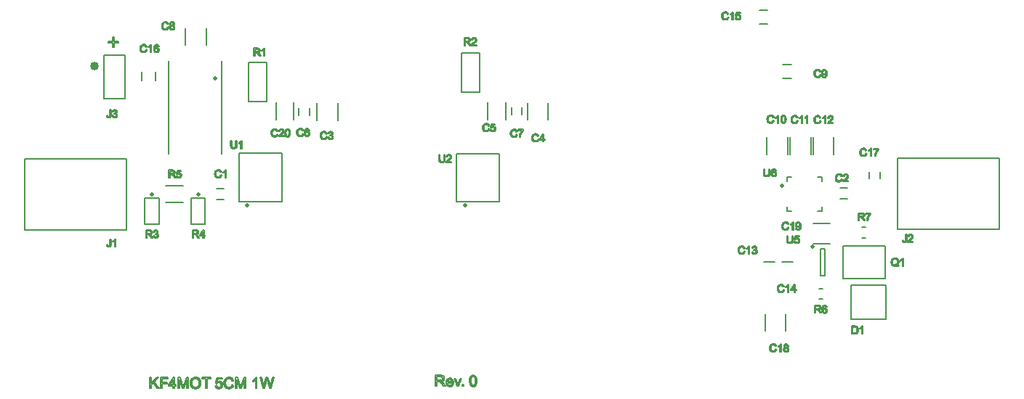
<source format=gto>
%FSLAX33Y33*%
%MOMM*%
%ADD10C,0.15*%
%ADD11C,0.2032*%
%ADD12C,1.016*%
%ADD13C,0.5*%
%ADD14C,0.5*%
%ADD15C,0.2*%
%ADD16C,0.500001X0.000003*%
%ADD17C,0.500001X0.000003*%
D10*
%LNtop silkscreen_traces*%
%LNtop silkscreen component c352371e4a78303f*%
G01*
X6350Y38665D02*
X6350Y37665D01*
X7950Y37665D02*
X7950Y38665D01*
D11*
X6674Y40965D02*
X6674Y40965D01*
X6736Y40979*
X6794Y41004*
X6845Y41038*
X6891Y41081*
X6929Y41133*
X6959Y41194*
X6981Y41263*
X6862Y41293*
X6847Y41240*
X6847Y41240*
X6826Y41193*
X6826Y41193*
X6799Y41153*
X6799Y41153*
X6767Y41120*
X6767Y41120*
X6730Y41095*
X6730Y41095*
X6689Y41077*
X6689Y41077*
X6644Y41066*
X6644Y41066*
X6596Y41062*
X6596Y41062*
X6555Y41065*
X6555Y41065*
X6515Y41073*
X6515Y41073*
X6477Y41086*
X6477Y41086*
X6441Y41105*
X6441Y41105*
X6408Y41129*
X6408Y41129*
X6379Y41159*
X6379Y41159*
X6355Y41194*
X6355Y41194*
X6336Y41234*
X6336Y41234*
X6321Y41279*
X6321Y41279*
X6310Y41328*
X6310Y41328*
X6304Y41381*
X6304Y41381*
X6302Y41437*
X6302Y41437*
X6304Y41482*
X6304Y41482*
X6309Y41526*
X6309Y41526*
X6318Y41569*
X6318Y41569*
X6330Y41612*
X6330Y41612*
X6347Y41652*
X6347Y41652*
X6369Y41688*
X6369Y41688*
X6397Y41720*
X6397Y41720*
X6429Y41747*
X6429Y41747*
X6467Y41769*
X6467Y41769*
X6509Y41785*
X6509Y41785*
X6555Y41794*
X6555Y41794*
X6605Y41797*
X6605Y41797*
X6649Y41794*
X6649Y41794*
X6688Y41786*
X6688Y41786*
X6724Y41772*
X6724Y41772*
X6756Y41752*
X6757Y41752*
X6785Y41726*
X6785Y41726*
X6810Y41693*
X6810Y41693*
X6831Y41653*
X6831Y41653*
X6848Y41607*
X6966Y41635*
X6944Y41694*
X6915Y41746*
X6879Y41792*
X6837Y41830*
X6787Y41860*
X6733Y41882*
X6673Y41895*
X6607Y41899*
X6549Y41896*
X6492Y41885*
X6438Y41868*
X6387Y41844*
X6340Y41814*
X6299Y41777*
X6263Y41733*
X6233Y41684*
X6209Y41629*
X6192Y41569*
X6182Y41505*
X6179Y41436*
X6182Y41372*
X6191Y41310*
X6206Y41251*
X6227Y41193*
X6254Y41140*
X6286Y41093*
X6324Y41053*
X6367Y41020*
X6416Y40994*
X6472Y40975*
X6536Y40964*
X6606Y40960*
X6674Y40965*
X7505Y41887D02*
X7505Y41887D01*
X7434Y41887*
X7417Y41858*
X7417Y41858*
X7394Y41828*
X7394Y41828*
X7367Y41797*
X7367Y41797*
X7335Y41766*
X7334Y41766*
X7298Y41736*
X7298Y41736*
X7258Y41708*
X7258Y41708*
X7216Y41682*
X7216Y41682*
X7171Y41659*
X7171Y41552*
X7197Y41563*
X7226Y41576*
X7256Y41592*
X7288Y41610*
X7319Y41629*
X7347Y41648*
X7372Y41667*
X7394Y41687*
X7394Y41687*
X7394Y40976*
X7505Y40976*
X7505Y41887*
X8142Y40962D02*
X8142Y40962D01*
X8179Y40970*
X8215Y40982*
X8248Y40999*
X8278Y41021*
X8305Y41047*
X8329Y41077*
X8349Y41111*
X8365Y41149*
X8377Y41188*
X8384Y41228*
X8386Y41270*
X8381Y41332*
X8366Y41388*
X8342Y41438*
X8308Y41482*
X8266Y41518*
X8221Y41544*
X8172Y41559*
X8118Y41564*
X8086Y41562*
X8056Y41557*
X8026Y41548*
X7996Y41535*
X7968Y41518*
X7942Y41497*
X7919Y41472*
X7897Y41443*
X7897Y41443*
X7899Y41508*
X7899Y41508*
X7905Y41565*
X7905Y41565*
X7915Y41613*
X7915Y41613*
X7928Y41654*
X7928Y41654*
X7945Y41689*
X7945Y41689*
X7964Y41719*
X7964Y41719*
X7987Y41745*
X7987Y41745*
X8012Y41767*
X8012Y41767*
X8033Y41780*
X8033Y41780*
X8055Y41789*
X8055Y41789*
X8080Y41795*
X8080Y41795*
X8106Y41797*
X8106Y41797*
X8138Y41794*
X8138Y41794*
X8167Y41785*
X8167Y41785*
X8194Y41770*
X8194Y41770*
X8218Y41749*
X8218Y41749*
X8231Y41731*
X8231Y41731*
X8242Y41710*
X8242Y41710*
X8252Y41684*
X8252Y41684*
X8260Y41653*
X8370Y41662*
X8360Y41711*
X8343Y41756*
X8319Y41794*
X8288Y41827*
X8251Y41854*
X8210Y41872*
X8164Y41884*
X8112Y41887*
X8044Y41881*
X7983Y41861*
X7930Y41829*
X7884Y41783*
X7841Y41715*
X7811Y41628*
X7793Y41523*
X7787Y41400*
X7792Y41291*
X7809Y41198*
X7836Y41122*
X7875Y41062*
X7922Y41018*
X7975Y40986*
X8035Y40966*
X8102Y40960*
X8142Y40962*
X7915Y41270D02*
X7915Y41270D01*
X7916Y41241*
X7921Y41213*
X7928Y41186*
X7939Y41159*
X7953Y41134*
X7968Y41113*
X7987Y41094*
X8008Y41079*
X8030Y41067*
X8053Y41058*
X8076Y41053*
X8100Y41051*
X8134Y41055*
X8166Y41066*
X8195Y41083*
X8222Y41108*
X8244Y41139*
X8260Y41176*
X8269Y41217*
X8272Y41263*
X8269Y41308*
X8260Y41348*
X8244Y41382*
X8222Y41412*
X8195Y41436*
X8165Y41453*
X8132Y41463*
X8096Y41466*
X8059Y41463*
X8026Y41453*
X7995Y41436*
X7967Y41412*
X7944Y41383*
X7928Y41349*
X7918Y41311*
X7915Y41270*
%LNtop silkscreen component aeb48a4b1f8da947*%
D10*
X106250Y28650D02*
X106250Y20350D01*
X94415Y20350*
X94415Y28650*
X106250Y28650*
D11*
X95270Y18812D02*
X95270Y18812D01*
X95306Y18818*
X95340Y18828*
X95371Y18843*
X95399Y18861*
X95423Y18883*
X95443Y18909*
X95458Y18938*
X95470Y18973*
X95479Y19013*
X95484Y19061*
X95486Y19115*
X95486Y19734*
X95367Y19734*
X95367Y19108*
X95367Y19108*
X95366Y19071*
X95366Y19071*
X95364Y19040*
X95364Y19040*
X95360Y19014*
X95360Y19014*
X95354Y18994*
X95354Y18994*
X95347Y18977*
X95347Y18977*
X95337Y18962*
X95337Y18962*
X95324Y18949*
X95324Y18948*
X95309Y18937*
X95309Y18937*
X95291Y18928*
X95291Y18928*
X95273Y18921*
X95273Y18921*
X95252Y18918*
X95252Y18918*
X95230Y18916*
X95230Y18916*
X95201Y18919*
X95201Y18919*
X95175Y18926*
X95175Y18926*
X95153Y18938*
X95153Y18938*
X95134Y18955*
X95134Y18955*
X95118Y18978*
X95118Y18978*
X95107Y19010*
X95107Y19010*
X95099Y19050*
X95099Y19050*
X95095Y19097*
X94987Y19083*
X94990Y19019*
X95001Y18964*
X95020Y18917*
X95048Y18879*
X95083Y18849*
X95125Y18827*
X95175Y18814*
X95231Y18810*
X95270Y18812*
X96224Y18932D02*
X96224Y18932D01*
X95778Y18932*
X95778Y18932*
X95788Y18948*
X95788Y18948*
X95799Y18963*
X95799Y18963*
X95812Y18978*
X95812Y18978*
X95825Y18993*
X95825Y18993*
X95844Y19012*
X95844Y19012*
X95872Y19037*
X95872Y19037*
X95909Y19069*
X95909Y19069*
X95954Y19108*
X96010Y19156*
X96057Y19198*
X96096Y19236*
X96126Y19267*
X96150Y19296*
X96171Y19324*
X96187Y19352*
X96200Y19378*
X96210Y19405*
X96217Y19431*
X96221Y19458*
X96223Y19485*
X96218Y19537*
X96204Y19584*
X96180Y19627*
X96147Y19665*
X96105Y19697*
X96057Y19719*
X96002Y19733*
X95940Y19737*
X95878Y19733*
X95823Y19721*
X95775Y19700*
X95734Y19670*
X95699Y19633*
X95673Y19588*
X95655Y19535*
X95645Y19475*
X95759Y19464*
X95762Y19504*
X95762Y19504*
X95771Y19540*
X95771Y19540*
X95787Y19571*
X95787Y19571*
X95808Y19597*
X95808Y19597*
X95834Y19619*
X95834Y19619*
X95865Y19634*
X95865Y19634*
X95899Y19643*
X95899Y19643*
X95937Y19646*
X95937Y19646*
X95974Y19643*
X95974Y19643*
X96006Y19635*
X96007Y19634*
X96036Y19620*
X96036Y19620*
X96061Y19600*
X96061Y19600*
X96082Y19576*
X96082Y19576*
X96097Y19549*
X96097Y19549*
X96106Y19520*
X96106Y19520*
X96109Y19488*
X96109Y19488*
X96106Y19456*
X96106Y19456*
X96096Y19423*
X96096Y19423*
X96080Y19388*
X96080Y19388*
X96057Y19353*
X96057Y19353*
X96025Y19315*
X96025Y19315*
X95981Y19270*
X95981Y19270*
X95924Y19218*
X95924Y19218*
X95856Y19161*
X95856Y19161*
X95811Y19123*
X95772Y19087*
X95738Y19054*
X95710Y19023*
X95687Y18993*
X95667Y18963*
X95650Y18933*
X95637Y18902*
X95631Y18884*
X95627Y18864*
X95624Y18845*
X95624Y18826*
X96224Y18826*
X96224Y18932*
%LNtop silkscreen component 31ef27b915e3d59f*%
X2569Y33352D02*
X2569Y33352D01*
X2605Y33358*
X2639Y33368*
X2670Y33383*
X2698Y33401*
X2722Y33423*
X2742Y33449*
X2757Y33478*
X2769Y33513*
X2778Y33553*
X2783Y33601*
X2785Y33655*
X2785Y34274*
X2666Y34274*
X2666Y33648*
X2666Y33648*
X2665Y33611*
X2665Y33611*
X2663Y33580*
X2663Y33580*
X2659Y33554*
X2659Y33554*
X2653Y33534*
X2653Y33534*
X2646Y33517*
X2646Y33517*
X2636Y33502*
X2636Y33502*
X2623Y33489*
X2623Y33488*
X2608Y33477*
X2608Y33477*
X2590Y33468*
X2590Y33468*
X2572Y33461*
X2572Y33461*
X2551Y33458*
X2551Y33458*
X2529Y33456*
X2529Y33456*
X2500Y33459*
X2500Y33459*
X2474Y33466*
X2474Y33466*
X2452Y33478*
X2452Y33478*
X2433Y33495*
X2433Y33495*
X2417Y33518*
X2417Y33518*
X2406Y33550*
X2406Y33550*
X2398Y33590*
X2398Y33590*
X2394Y33637*
X2286Y33623*
X2289Y33559*
X2300Y33504*
X2319Y33457*
X2347Y33419*
X2382Y33389*
X2424Y33367*
X2474Y33354*
X2530Y33350*
X2569Y33352*
X3290Y33355D02*
X3290Y33355D01*
X3347Y33370*
X3399Y33396*
X3446Y33432*
X3483Y33476*
X3511Y33524*
X3527Y33576*
X3532Y33634*
X3529Y33676*
X3521Y33714*
X3507Y33749*
X3488Y33780*
X3463Y33807*
X3434Y33828*
X3401Y33845*
X3362Y33857*
X3362Y33858*
X3392Y33873*
X3417Y33891*
X3438Y33912*
X3456Y33935*
X3470Y33959*
X3480Y33985*
X3486Y34013*
X3488Y34042*
X3485Y34072*
X3479Y34102*
X3469Y34131*
X3454Y34158*
X3436Y34185*
X3414Y34208*
X3388Y34228*
X3359Y34245*
X3327Y34259*
X3293Y34269*
X3258Y34275*
X3222Y34277*
X3170Y34273*
X3123Y34262*
X3080Y34243*
X3042Y34216*
X3009Y34182*
X2982Y34142*
X2963Y34095*
X2949Y34043*
X3060Y34023*
X3068Y34061*
X3068Y34061*
X3080Y34094*
X3080Y34094*
X3096Y34122*
X3096Y34122*
X3116Y34145*
X3116Y34145*
X3139Y34163*
X3139Y34163*
X3165Y34176*
X3165Y34176*
X3193Y34184*
X3193Y34184*
X3224Y34187*
X3225Y34187*
X3256Y34184*
X3256Y34184*
X3284Y34176*
X3284Y34176*
X3310Y34164*
X3310Y34164*
X3332Y34146*
X3332Y34146*
X3350Y34125*
X3350Y34125*
X3363Y34100*
X3363Y34100*
X3371Y34074*
X3371Y34073*
X3374Y34044*
X3374Y34044*
X3370Y34008*
X3370Y34008*
X3360Y33976*
X3359Y33976*
X3342Y33950*
X3342Y33950*
X3317Y33929*
X3317Y33929*
X3287Y33913*
X3287Y33913*
X3256Y33901*
X3256Y33901*
X3223Y33894*
X3223Y33894*
X3188Y33892*
X3188Y33892*
X3184Y33892*
X3184Y33892*
X3180Y33892*
X3180Y33892*
X3175Y33892*
X3175Y33892*
X3170Y33893*
X3158Y33796*
X3180Y33801*
X3180Y33801*
X3201Y33805*
X3201Y33805*
X3219Y33807*
X3219Y33807*
X3236Y33808*
X3236Y33808*
X3273Y33805*
X3273Y33805*
X3307Y33796*
X3307Y33796*
X3337Y33780*
X3337Y33780*
X3364Y33758*
X3364Y33758*
X3386Y33732*
X3386Y33731*
X3402Y33701*
X3402Y33701*
X3412Y33668*
X3412Y33668*
X3415Y33631*
X3415Y33631*
X3411Y33592*
X3411Y33592*
X3401Y33557*
X3401Y33557*
X3384Y33524*
X3384Y33524*
X3360Y33496*
X3360Y33495*
X3332Y33472*
X3332Y33472*
X3300Y33454*
X3300Y33454*
X3265Y33444*
X3265Y33444*
X3227Y33441*
X3227Y33441*
X3195Y33443*
X3195Y33443*
X3165Y33451*
X3165Y33451*
X3139Y33464*
X3138Y33464*
X3114Y33483*
X3114Y33483*
X3093Y33507*
X3093Y33507*
X3075Y33538*
X3074Y33538*
X3060Y33576*
X3060Y33576*
X3049Y33619*
X2938Y33605*
X2948Y33551*
X2966Y33502*
X2993Y33459*
X3028Y33421*
X3070Y33389*
X3117Y33367*
X3169Y33354*
X3226Y33349*
X3290Y33355*
D10*
X1925Y35580D02*
X1925Y40660D01*
X4425Y40660*
X4425Y35580*
X1925Y35580*
D12*
X0875Y39393D03*
%LNtop silkscreen component d600ad72b416c561*%
D10*
X20950Y39810D02*
X20950Y35269D01*
X20950Y39810D02*
X18850Y39810D01*
X18850Y35269*
X20950Y35269*
D11*
X19537Y40954D02*
X19537Y40954D01*
X19537Y40954*
X19677Y40954*
X19677Y40954*
X19699Y40954*
X19699Y40954*
X19717Y40953*
X19717Y40953*
X19732Y40952*
X19732Y40952*
X19744Y40950*
X19744Y40950*
X19758Y40946*
X19758Y40946*
X19772Y40940*
X19772Y40940*
X19786Y40934*
X19786Y40934*
X19799Y40926*
X19799Y40926*
X19813Y40915*
X19813Y40915*
X19828Y40902*
X19828Y40902*
X19844Y40885*
X19844Y40885*
X19861Y40865*
X19861Y40865*
X19879Y40841*
X19879Y40841*
X19899Y40812*
X19899Y40812*
X19922Y40778*
X19922Y40778*
X19947Y40739*
X19947Y40739*
X20068Y40551*
X20218Y40551*
X20060Y40797*
X20036Y40832*
X20012Y40864*
X19986Y40892*
X19960Y40918*
X19946Y40929*
X19930Y40940*
X19910Y40952*
X19888Y40963*
X19888Y40964*
X19949Y40976*
X20002Y40994*
X20046Y41018*
X20081Y41048*
X20109Y41083*
X20128Y41122*
X20140Y41165*
X20144Y41211*
X20141Y41248*
X20134Y41283*
X20122Y41316*
X20106Y41348*
X20085Y41376*
X20062Y41400*
X20035Y41420*
X20005Y41434*
X19970Y41445*
X19927Y41452*
X19878Y41457*
X19820Y41459*
X19418Y41459*
X19418Y40551*
X19537Y40551*
X19537Y40954*
X19538Y41058D02*
X19538Y41058D01*
X19796Y41058*
X19835Y41059*
X19870Y41062*
X19900Y41067*
X19925Y41075*
X19947Y41085*
X19966Y41097*
X19982Y41112*
X19996Y41129*
X20007Y41149*
X20014Y41169*
X20019Y41189*
X20020Y41211*
X20017Y41242*
X20008Y41270*
X19994Y41295*
X19973Y41317*
X19947Y41335*
X19913Y41348*
X19873Y41356*
X19825Y41359*
X19538Y41359*
X19538Y41058*
X20707Y41462D02*
X20707Y41462D01*
X20636Y41462*
X20619Y41433*
X20619Y41433*
X20597Y41403*
X20597Y41403*
X20570Y41372*
X20570Y41372*
X20537Y41341*
X20537Y41341*
X20501Y41311*
X20500Y41311*
X20461Y41283*
X20461Y41283*
X20419Y41257*
X20419Y41257*
X20374Y41234*
X20374Y41127*
X20400Y41138*
X20428Y41151*
X20458Y41167*
X20490Y41185*
X20521Y41204*
X20549Y41223*
X20574Y41242*
X20596Y41262*
X20597Y41262*
X20597Y40551*
X20707Y40551*
X20707Y41462*
%LNtop silkscreen component d3c6387d7cf5135a*%
D10*
X6715Y23975D02*
X8365Y23975D01*
X8365Y20925*
X6715Y20925*
X6715Y23975*
D11*
X9645Y26729D02*
X9645Y26729D01*
X9645Y26729*
X9785Y26729*
X9785Y26729*
X9806Y26729*
X9806Y26729*
X9825Y26728*
X9825Y26728*
X9840Y26727*
X9840Y26727*
X9852Y26725*
X9852Y26725*
X9866Y26721*
X9866Y26721*
X9880Y26715*
X9880Y26715*
X9893Y26709*
X9893Y26709*
X9907Y26701*
X9907Y26701*
X9921Y26690*
X9921Y26690*
X9936Y26677*
X9936Y26677*
X9951Y26660*
X9951Y26660*
X9968Y26640*
X9968Y26640*
X9986Y26616*
X9986Y26616*
X10007Y26587*
X10007Y26587*
X10030Y26553*
X10030Y26553*
X10055Y26514*
X10055Y26514*
X10175Y26326*
X10325Y26326*
X10167Y26572*
X10144Y26607*
X10119Y26639*
X10094Y26667*
X10068Y26693*
X10054Y26704*
X10037Y26715*
X10018Y26727*
X9995Y26738*
X9995Y26739*
X10057Y26751*
X10109Y26769*
X10153Y26793*
X10189Y26823*
X10216Y26858*
X10235Y26897*
X10247Y26940*
X10251Y26986*
X10249Y27023*
X10242Y27058*
X10230Y27091*
X10213Y27123*
X10193Y27151*
X10169Y27175*
X10142Y27195*
X10113Y27209*
X10077Y27220*
X10035Y27227*
X9985Y27232*
X9928Y27234*
X9525Y27234*
X9525Y26326*
X9645Y26326*
X9645Y26729*
X9645Y26833D02*
X9645Y26833D01*
X9904Y26833*
X9943Y26834*
X9977Y26837*
X10007Y26842*
X10033Y26850*
X10055Y26860*
X10074Y26872*
X10090Y26887*
X10103Y26904*
X10114Y26924*
X10122Y26944*
X10126Y26964*
X10128Y26986*
X10125Y27017*
X10116Y27045*
X10101Y27070*
X10081Y27092*
X10054Y27110*
X10020Y27123*
X9980Y27131*
X9933Y27134*
X9645Y27134*
X9645Y26833*
X10759Y26317D02*
X10759Y26317D01*
X10822Y26338*
X10878Y26372*
X10925Y26420*
X10957Y26467*
X10979Y26518*
X10993Y26574*
X10997Y26633*
X10992Y26695*
X10977Y26751*
X10951Y26801*
X10915Y26845*
X10872Y26881*
X10824Y26907*
X10772Y26922*
X10715Y26927*
X10670Y26924*
X10627Y26913*
X10585Y26895*
X10543Y26870*
X10543Y26870*
X10592Y27115*
X10592Y27116*
X10954Y27116*
X10954Y27221*
X10503Y27221*
X10415Y26755*
X10519Y26742*
X10533Y26760*
X10533Y26760*
X10549Y26777*
X10549Y26777*
X10567Y26792*
X10567Y26792*
X10587Y26805*
X10587Y26805*
X10610Y26816*
X10610Y26816*
X10634Y26824*
X10634Y26824*
X10659Y26828*
X10659Y26828*
X10685Y26830*
X10685Y26830*
X10726Y26826*
X10727Y26826*
X10764Y26816*
X10764Y26816*
X10797Y26799*
X10797Y26799*
X10826Y26774*
X10826Y26774*
X10849Y26744*
X10849Y26744*
X10866Y26709*
X10866Y26709*
X10876Y26669*
X10876Y26669*
X10880Y26623*
X10880Y26623*
X10876Y26575*
X10876Y26575*
X10866Y26533*
X10866Y26533*
X10848Y26495*
X10848Y26495*
X10824Y26462*
X10824Y26462*
X10794Y26435*
X10794Y26435*
X10762Y26416*
X10762Y26416*
X10726Y26405*
X10726Y26405*
X10687Y26401*
X10687Y26401*
X10655Y26403*
X10655Y26403*
X10625Y26412*
X10625Y26412*
X10597Y26425*
X10597Y26425*
X10572Y26444*
X10572Y26444*
X10551Y26468*
X10551Y26468*
X10533Y26498*
X10533Y26498*
X10520Y26533*
X10520Y26533*
X10512Y26573*
X10395Y26563*
X10405Y26509*
X10423Y26460*
X10450Y26417*
X10485Y26379*
X10527Y26349*
X10574Y26327*
X10628Y26314*
X10687Y26310*
X10759Y26317*
D13*
X7590Y24400D03*
%LNtop silkscreen component e9cbb1ce44a936f0*%
D10*
X17711Y23576D02*
X17711Y29180D01*
X22711Y29180*
X22711Y23576*
X17711Y23576*
D11*
X17158Y29747D02*
X17158Y29747D01*
X17215Y29756*
X17264Y29772*
X17308Y29794*
X17345Y29821*
X17376Y29852*
X17401Y29887*
X17420Y29925*
X17433Y29969*
X17443Y30020*
X17449Y30078*
X17451Y30143*
X17451Y30667*
X17331Y30667*
X17331Y30143*
X17331Y30143*
X17328Y30064*
X17328Y30064*
X17317Y30000*
X17317Y30000*
X17300Y29949*
X17300Y29949*
X17275Y29912*
X17275Y29912*
X17242Y29885*
X17242Y29885*
X17199Y29866*
X17199Y29866*
X17147Y29855*
X17147Y29855*
X17085Y29851*
X17085Y29851*
X17048Y29853*
X17048Y29853*
X17014Y29859*
X17014Y29859*
X16982Y29868*
X16982Y29868*
X16954Y29882*
X16954Y29882*
X16929Y29898*
X16929Y29899*
X16908Y29919*
X16908Y29919*
X16891Y29942*
X16891Y29942*
X16878Y29968*
X16878Y29968*
X16868Y30000*
X16868Y30000*
X16861Y30040*
X16861Y30040*
X16857Y30088*
X16857Y30088*
X16856Y30143*
X16856Y30143*
X16856Y30667*
X16737Y30667*
X16737Y30143*
X16739Y30074*
X16745Y30013*
X16756Y29960*
X16771Y29915*
X16792Y29876*
X16818Y29841*
X16849Y29812*
X16887Y29788*
X16931Y29768*
X16980Y29755*
X17035Y29746*
X17096Y29744*
X17158Y29747*
X18026Y30671D02*
X18026Y30671D01*
X17955Y30671*
X17938Y30642*
X17938Y30642*
X17916Y30611*
X17916Y30611*
X17888Y30581*
X17888Y30581*
X17856Y30550*
X17856Y30550*
X17819Y30519*
X17819Y30519*
X17780Y30492*
X17780Y30492*
X17737Y30466*
X17737Y30466*
X17692Y30443*
X17692Y30336*
X17718Y30347*
X17747Y30360*
X17777Y30376*
X17809Y30394*
X17840Y30413*
X17868Y30432*
X17893Y30451*
X17915Y30471*
X17915Y30470*
X17915Y29759*
X18026Y29759*
X18026Y30671*
D14*
X18686Y23150D03*
%LNtop silkscreen component 09ec8a2f37f188ab*%
D10*
X43050Y23526D02*
X43050Y29130D01*
X48050Y29130*
X48050Y23526*
X43050Y23526*
D11*
X41422Y28125D02*
X41422Y28125D01*
X41478Y28135*
X41528Y28151*
X41572Y28173*
X41609Y28200*
X41640Y28231*
X41665Y28265*
X41683Y28304*
X41697Y28347*
X41707Y28398*
X41712Y28456*
X41714Y28521*
X41714Y29046*
X41595Y29046*
X41595Y28522*
X41595Y28522*
X41592Y28443*
X41592Y28443*
X41581Y28378*
X41581Y28378*
X41563Y28327*
X41563Y28327*
X41539Y28290*
X41539Y28290*
X41506Y28264*
X41505Y28264*
X41463Y28245*
X41463Y28245*
X41411Y28234*
X41411Y28234*
X41349Y28230*
X41349Y28230*
X41312Y28232*
X41312Y28232*
X41277Y28237*
X41277Y28237*
X41246Y28247*
X41246Y28247*
X41218Y28260*
X41218Y28260*
X41193Y28277*
X41193Y28277*
X41172Y28297*
X41172Y28297*
X41155Y28320*
X41155Y28321*
X41142Y28347*
X41142Y28347*
X41132Y28379*
X41132Y28379*
X41125Y28419*
X41125Y28419*
X41121Y28466*
X41121Y28466*
X41120Y28522*
X41120Y28522*
X41120Y29046*
X41000Y29046*
X41000Y28521*
X41003Y28453*
X41009Y28392*
X41020Y28339*
X41035Y28293*
X41055Y28254*
X41081Y28220*
X41113Y28191*
X41151Y28166*
X41194Y28147*
X41244Y28133*
X41299Y28125*
X41360Y28122*
X41422Y28125*
X42456Y28244D02*
X42456Y28244D01*
X42010Y28244*
X42010Y28245*
X42020Y28260*
X42020Y28260*
X42031Y28275*
X42031Y28275*
X42044Y28290*
X42044Y28290*
X42057Y28305*
X42058Y28305*
X42076Y28324*
X42076Y28324*
X42104Y28349*
X42104Y28349*
X42141Y28381*
X42141Y28381*
X42187Y28420*
X42242Y28468*
X42290Y28511*
X42328Y28548*
X42359Y28580*
X42383Y28609*
X42403Y28637*
X42420Y28664*
X42433Y28691*
X42442Y28717*
X42449Y28744*
X42453Y28771*
X42455Y28798*
X42450Y28849*
X42436Y28896*
X42412Y28939*
X42379Y28977*
X42337Y29009*
X42289Y29031*
X42234Y29045*
X42172Y29050*
X42111Y29045*
X42056Y29033*
X42007Y29012*
X41966Y28982*
X41932Y28945*
X41905Y28900*
X41887Y28847*
X41877Y28788*
X41991Y28776*
X41994Y28816*
X41994Y28816*
X42004Y28852*
X42004Y28852*
X42019Y28883*
X42019Y28883*
X42040Y28910*
X42040Y28910*
X42066Y28931*
X42066Y28931*
X42097Y28946*
X42097Y28946*
X42131Y28955*
X42131Y28955*
X42169Y28958*
X42170Y28958*
X42206Y28955*
X42206Y28955*
X42239Y28947*
X42239Y28947*
X42268Y28933*
X42268Y28932*
X42294Y28913*
X42294Y28912*
X42314Y28888*
X42314Y28888*
X42329Y28862*
X42329Y28862*
X42338Y28832*
X42338Y28832*
X42341Y28800*
X42341Y28800*
X42338Y28768*
X42338Y28768*
X42328Y28735*
X42328Y28735*
X42312Y28701*
X42312Y28701*
X42289Y28666*
X42289Y28666*
X42257Y28627*
X42257Y28627*
X42213Y28582*
X42213Y28582*
X42157Y28531*
X42157Y28531*
X42089Y28473*
X42089Y28473*
X42044Y28435*
X42004Y28400*
X41971Y28366*
X41943Y28335*
X41919Y28306*
X41899Y28275*
X41882Y28245*
X41869Y28215*
X41863Y28196*
X41859Y28177*
X41857Y28157*
X41856Y28138*
X42456Y28138*
X42456Y28244*
D14*
X44025Y23100D03*
%LNtop silkscreen component 71e9bb1bca40385d*%
D10*
X93075Y13850D02*
X93075Y9800D01*
X93075Y13850D02*
X89025Y13850D01*
X89025Y9800*
X93075Y9800*
D11*
X89453Y8121D02*
X89453Y8121D01*
X89491Y8124*
X89526Y8129*
X89559Y8136*
X89589Y8145*
X89618Y8155*
X89643Y8167*
X89667Y8182*
X89689Y8198*
X89710Y8217*
X89730Y8239*
X89750Y8264*
X89768Y8292*
X89784Y8323*
X89799Y8358*
X89812Y8396*
X89822Y8438*
X89830Y8482*
X89834Y8529*
X89836Y8580*
X89834Y8639*
X89827Y8694*
X89816Y8747*
X89800Y8795*
X89780Y8841*
X89756Y8881*
X89726Y8918*
X89693Y8951*
X89664Y8972*
X89632Y8990*
X89597Y9005*
X89560Y9016*
X89529Y9021*
X89491Y9025*
X89448Y9028*
X89398Y9029*
X89085Y9029*
X89085Y8121*
X89413Y8121*
X89453Y8121*
X89205Y8227D02*
X89205Y8227D01*
X89399Y8227*
X89442Y8228*
X89479Y8231*
X89512Y8237*
X89540Y8244*
X89565Y8253*
X89586Y8264*
X89605Y8277*
X89622Y8291*
X89642Y8314*
X89660Y8341*
X89675Y8372*
X89688Y8406*
X89699Y8444*
X89706Y8486*
X89711Y8532*
X89712Y8581*
X89709Y8649*
X89701Y8707*
X89686Y8758*
X89666Y8801*
X89641Y8836*
X89614Y8865*
X89584Y8887*
X89552Y8903*
X89524Y8911*
X89489Y8917*
X89446Y8921*
X89396Y8922*
X89205Y8922*
X89205Y8227*
X90377Y9032D02*
X90377Y9032D01*
X90305Y9032*
X90288Y9003*
X90288Y9003*
X90266Y8973*
X90266Y8973*
X90239Y8942*
X90239Y8942*
X90206Y8911*
X90206Y8911*
X90170Y8881*
X90170Y8881*
X90130Y8853*
X90130Y8853*
X90088Y8827*
X90088Y8827*
X90043Y8804*
X90043Y8697*
X90069Y8708*
X90097Y8721*
X90128Y8737*
X90159Y8755*
X90191Y8774*
X90219Y8793*
X90243Y8812*
X90265Y8832*
X90266Y8832*
X90266Y8121*
X90377Y8121*
X90377Y9032*
%LNtop silkscreen component 4d83de1512c22b92*%
D10*
X11175Y23450D02*
X9175Y23450D01*
X11175Y25450D02*
X9175Y25450D01*
D11*
X6970Y19729D02*
X6970Y19729D01*
X6970Y19729*
X7110Y19729*
X7110Y19729*
X7131Y19729*
X7131Y19729*
X7150Y19728*
X7150Y19728*
X7165Y19727*
X7165Y19727*
X7177Y19725*
X7177Y19725*
X7191Y19721*
X7191Y19721*
X7205Y19715*
X7205Y19715*
X7218Y19709*
X7218Y19709*
X7232Y19701*
X7232Y19701*
X7246Y19690*
X7246Y19690*
X7261Y19677*
X7261Y19677*
X7276Y19660*
X7276Y19660*
X7293Y19640*
X7293Y19640*
X7311Y19616*
X7311Y19616*
X7332Y19587*
X7332Y19587*
X7355Y19553*
X7355Y19553*
X7380Y19514*
X7380Y19514*
X7500Y19326*
X7650Y19326*
X7492Y19572*
X7469Y19607*
X7444Y19639*
X7419Y19667*
X7393Y19693*
X7379Y19704*
X7362Y19715*
X7343Y19727*
X7320Y19738*
X7320Y19739*
X7382Y19751*
X7434Y19769*
X7478Y19793*
X7514Y19823*
X7541Y19858*
X7560Y19897*
X7572Y19940*
X7576Y19986*
X7574Y20023*
X7567Y20058*
X7555Y20091*
X7538Y20123*
X7518Y20151*
X7494Y20175*
X7467Y20195*
X7438Y20209*
X7402Y20220*
X7360Y20227*
X7310Y20232*
X7253Y20234*
X6850Y20234*
X6850Y19326*
X6970Y19326*
X6970Y19729*
X6970Y19833D02*
X6970Y19833D01*
X7229Y19833*
X7268Y19834*
X7302Y19837*
X7332Y19842*
X7358Y19850*
X7380Y19860*
X7399Y19872*
X7415Y19887*
X7428Y19904*
X7439Y19924*
X7447Y19944*
X7451Y19964*
X7453Y19986*
X7450Y20017*
X7441Y20045*
X7426Y20070*
X7406Y20092*
X7379Y20110*
X7345Y20123*
X7305Y20131*
X7258Y20134*
X6970Y20134*
X6970Y19833*
X8073Y19315D02*
X8073Y19315D01*
X8131Y19330*
X8182Y19356*
X8229Y19392*
X8267Y19436*
X8294Y19484*
X8310Y19536*
X8315Y19594*
X8313Y19636*
X8304Y19674*
X8290Y19709*
X8271Y19740*
X8246Y19767*
X8217Y19788*
X8184Y19805*
X8145Y19817*
X8145Y19818*
X8175Y19833*
X8200Y19851*
X8221Y19872*
X8239Y19895*
X8253Y19919*
X8263Y19945*
X8269Y19973*
X8271Y20002*
X8269Y20032*
X8262Y20062*
X8252Y20091*
X8238Y20118*
X8219Y20145*
X8197Y20168*
X8171Y20188*
X8142Y20205*
X8110Y20219*
X8076Y20229*
X8042Y20235*
X8005Y20237*
X7953Y20233*
X7906Y20222*
X7863Y20203*
X7825Y20176*
X7792Y20142*
X7766Y20102*
X7746Y20055*
X7732Y20003*
X7843Y19983*
X7851Y20021*
X7851Y20021*
X7863Y20054*
X7863Y20054*
X7879Y20082*
X7879Y20082*
X7899Y20105*
X7899Y20105*
X7922Y20123*
X7922Y20123*
X7948Y20136*
X7948Y20136*
X7976Y20144*
X7976Y20144*
X8008Y20147*
X8008Y20147*
X8039Y20144*
X8039Y20144*
X8067Y20136*
X8067Y20136*
X8093Y20124*
X8093Y20124*
X8115Y20106*
X8115Y20106*
X8133Y20085*
X8133Y20085*
X8147Y20060*
X8147Y20060*
X8154Y20034*
X8154Y20033*
X8157Y20004*
X8157Y20004*
X8153Y19968*
X8153Y19968*
X8143Y19936*
X8143Y19936*
X8125Y19910*
X8125Y19910*
X8100Y19889*
X8100Y19889*
X8070Y19873*
X8070Y19873*
X8039Y19861*
X8039Y19861*
X8006Y19854*
X8006Y19854*
X7971Y19852*
X7971Y19852*
X7967Y19852*
X7967Y19852*
X7963Y19852*
X7963Y19852*
X7958Y19852*
X7958Y19852*
X7953Y19853*
X7941Y19756*
X7963Y19761*
X7963Y19761*
X7984Y19765*
X7984Y19765*
X8003Y19767*
X8003Y19767*
X8019Y19768*
X8019Y19768*
X8057Y19765*
X8057Y19765*
X8090Y19756*
X8090Y19756*
X8121Y19740*
X8121Y19740*
X8147Y19718*
X8148Y19718*
X8170Y19692*
X8170Y19691*
X8185Y19661*
X8185Y19661*
X8195Y19628*
X8195Y19628*
X8198Y19591*
X8198Y19591*
X8194Y19552*
X8194Y19552*
X8184Y19517*
X8184Y19517*
X8167Y19484*
X8167Y19484*
X8143Y19456*
X8143Y19455*
X8115Y19432*
X8115Y19432*
X8083Y19414*
X8083Y19414*
X8048Y19404*
X8048Y19404*
X8010Y19401*
X8010Y19401*
X7978Y19403*
X7978Y19403*
X7949Y19411*
X7949Y19411*
X7922Y19424*
X7922Y19424*
X7897Y19443*
X7897Y19443*
X7876Y19467*
X7876Y19467*
X7858Y19498*
X7858Y19498*
X7843Y19536*
X7843Y19536*
X7832Y19579*
X7721Y19565*
X7731Y19511*
X7749Y19462*
X7776Y19419*
X7811Y19381*
X7853Y19349*
X7900Y19327*
X7952Y19314*
X8009Y19309*
X8073Y19315*
%LNtop silkscreen component e594bfb2108b30d0*%
X27669Y30815D02*
X27669Y30815D01*
X27732Y30829*
X27789Y30854*
X27841Y30888*
X27886Y30931*
X27924Y30983*
X27954Y31044*
X27977Y31113*
X27857Y31143*
X27842Y31090*
X27842Y31090*
X27821Y31043*
X27821Y31043*
X27795Y31003*
X27795Y31003*
X27762Y30970*
X27762Y30970*
X27725Y30945*
X27725Y30945*
X27684Y30927*
X27684Y30927*
X27640Y30916*
X27640Y30916*
X27591Y30912*
X27591Y30912*
X27550Y30915*
X27550Y30915*
X27511Y30923*
X27511Y30923*
X27473Y30936*
X27473Y30936*
X27436Y30955*
X27436Y30955*
X27403Y30979*
X27403Y30979*
X27374Y31009*
X27374Y31009*
X27350Y31044*
X27350Y31044*
X27331Y31084*
X27331Y31084*
X27316Y31129*
X27316Y31129*
X27306Y31178*
X27306Y31178*
X27299Y31231*
X27299Y31231*
X27297Y31287*
X27297Y31287*
X27299Y31332*
X27299Y31332*
X27304Y31376*
X27304Y31376*
X27313Y31419*
X27313Y31419*
X27326Y31462*
X27326Y31462*
X27343Y31502*
X27343Y31502*
X27365Y31538*
X27365Y31538*
X27392Y31570*
X27392Y31570*
X27425Y31597*
X27425Y31597*
X27462Y31619*
X27462Y31619*
X27504Y31635*
X27504Y31635*
X27550Y31644*
X27550Y31644*
X27600Y31647*
X27600Y31647*
X27644Y31644*
X27644Y31644*
X27684Y31636*
X27684Y31636*
X27720Y31622*
X27720Y31622*
X27752Y31602*
X27752Y31602*
X27780Y31576*
X27780Y31576*
X27805Y31543*
X27805Y31543*
X27826Y31503*
X27826Y31503*
X27844Y31457*
X27961Y31485*
X27939Y31544*
X27911Y31596*
X27875Y31642*
X27832Y31680*
X27783Y31710*
X27728Y31732*
X27668Y31745*
X27603Y31749*
X27544Y31746*
X27488Y31735*
X27434Y31718*
X27383Y31694*
X27335Y31664*
X27294Y31627*
X27258Y31583*
X27228Y31534*
X27205Y31479*
X27188Y31419*
X27178Y31355*
X27174Y31286*
X27177Y31222*
X27186Y31160*
X27201Y31101*
X27222Y31043*
X27249Y30990*
X27281Y30943*
X27319Y30903*
X27362Y30870*
X27411Y30844*
X27468Y30825*
X27531Y30814*
X27601Y30810*
X27669Y30815*
X28433Y30815D02*
X28433Y30815D01*
X28491Y30830*
X28543Y30856*
X28589Y30892*
X28627Y30936*
X28654Y30984*
X28670Y31036*
X28676Y31094*
X28673Y31136*
X28665Y31174*
X28651Y31209*
X28631Y31240*
X28607Y31267*
X28578Y31288*
X28544Y31305*
X28506Y31317*
X28506Y31318*
X28535Y31333*
X28560Y31351*
X28582Y31372*
X28599Y31395*
X28613Y31419*
X28623Y31445*
X28629Y31473*
X28631Y31502*
X28629Y31532*
X28623Y31562*
X28612Y31591*
X28598Y31618*
X28580Y31645*
X28557Y31668*
X28532Y31688*
X28502Y31705*
X28470Y31719*
X28437Y31729*
X28402Y31735*
X28365Y31737*
X28314Y31733*
X28267Y31722*
X28224Y31703*
X28185Y31676*
X28152Y31642*
X28126Y31602*
X28106Y31555*
X28093Y31503*
X28203Y31483*
X28211Y31521*
X28211Y31521*
X28223Y31554*
X28223Y31554*
X28239Y31582*
X28239Y31582*
X28259Y31605*
X28259Y31605*
X28282Y31623*
X28282Y31623*
X28308Y31636*
X28308Y31636*
X28337Y31644*
X28337Y31644*
X28368Y31647*
X28368Y31647*
X28399Y31644*
X28399Y31644*
X28428Y31636*
X28428Y31636*
X28453Y31624*
X28453Y31624*
X28476Y31606*
X28476Y31606*
X28494Y31585*
X28494Y31585*
X28507Y31560*
X28507Y31560*
X28515Y31534*
X28515Y31533*
X28517Y31504*
X28517Y31504*
X28514Y31468*
X28514Y31468*
X28503Y31436*
X28503Y31436*
X28485Y31410*
X28485Y31410*
X28460Y31389*
X28460Y31389*
X28431Y31373*
X28431Y31373*
X28399Y31361*
X28399Y31361*
X28366Y31354*
X28366Y31354*
X28331Y31352*
X28331Y31352*
X28328Y31352*
X28328Y31352*
X28323Y31352*
X28323Y31352*
X28319Y31352*
X28319Y31352*
X28314Y31353*
X28302Y31256*
X28323Y31261*
X28323Y31261*
X28344Y31265*
X28344Y31265*
X28363Y31267*
X28363Y31267*
X28380Y31268*
X28380Y31268*
X28417Y31265*
X28417Y31265*
X28451Y31256*
X28451Y31256*
X28481Y31240*
X28481Y31240*
X28508Y31218*
X28508Y31218*
X28530Y31192*
X28530Y31191*
X28546Y31161*
X28546Y31161*
X28555Y31128*
X28555Y31128*
X28558Y31091*
X28558Y31091*
X28555Y31052*
X28555Y31052*
X28545Y31017*
X28545Y31017*
X28528Y30984*
X28528Y30984*
X28504Y30956*
X28504Y30955*
X28475Y30932*
X28475Y30932*
X28443Y30914*
X28443Y30914*
X28408Y30904*
X28408Y30904*
X28370Y30901*
X28370Y30901*
X28338Y30903*
X28338Y30903*
X28309Y30911*
X28309Y30911*
X28282Y30924*
X28282Y30924*
X28258Y30943*
X28258Y30943*
X28236Y30967*
X28236Y30967*
X28218Y30998*
X28218Y30998*
X28203Y31036*
X28203Y31036*
X28192Y31079*
X28081Y31065*
X28091Y31011*
X28109Y30962*
X28136Y30919*
X28171Y30881*
X28213Y30849*
X28260Y30827*
X28313Y30814*
X28370Y30809*
X28433Y30815*
D10*
X29200Y35062D02*
X29200Y33062D01*
X26800Y35062D02*
X26800Y33062D01*
%LNtop silkscreen component fdde582b819cd8d9*%
D11*
X82519Y32690D02*
X82519Y32690D01*
X82582Y32704*
X82639Y32729*
X82691Y32763*
X82736Y32806*
X82774Y32858*
X82804Y32919*
X82827Y32988*
X82707Y33018*
X82692Y32965*
X82692Y32965*
X82671Y32918*
X82671Y32918*
X82645Y32878*
X82645Y32878*
X82612Y32845*
X82612Y32845*
X82575Y32820*
X82575Y32820*
X82534Y32802*
X82534Y32802*
X82490Y32791*
X82490Y32791*
X82441Y32787*
X82441Y32787*
X82400Y32790*
X82400Y32790*
X82361Y32798*
X82361Y32798*
X82323Y32811*
X82323Y32811*
X82286Y32830*
X82286Y32830*
X82253Y32854*
X82253Y32854*
X82224Y32884*
X82224Y32884*
X82200Y32919*
X82200Y32919*
X82181Y32959*
X82181Y32959*
X82166Y33004*
X82166Y33004*
X82156Y33053*
X82156Y33053*
X82149Y33106*
X82149Y33106*
X82147Y33162*
X82147Y33162*
X82149Y33207*
X82149Y33207*
X82154Y33251*
X82154Y33251*
X82163Y33294*
X82163Y33294*
X82176Y33337*
X82176Y33337*
X82193Y33377*
X82193Y33377*
X82215Y33413*
X82215Y33413*
X82242Y33445*
X82242Y33445*
X82275Y33472*
X82275Y33472*
X82312Y33494*
X82312Y33494*
X82354Y33510*
X82354Y33510*
X82400Y33519*
X82400Y33519*
X82450Y33522*
X82450Y33522*
X82494Y33519*
X82494Y33519*
X82534Y33511*
X82534Y33511*
X82570Y33497*
X82570Y33497*
X82602Y33477*
X82602Y33477*
X82630Y33451*
X82630Y33451*
X82655Y33418*
X82655Y33418*
X82676Y33378*
X82676Y33378*
X82694Y33332*
X82811Y33360*
X82789Y33419*
X82761Y33471*
X82725Y33517*
X82682Y33555*
X82633Y33585*
X82578Y33607*
X82518Y33620*
X82453Y33624*
X82394Y33621*
X82338Y33610*
X82284Y33593*
X82233Y33569*
X82185Y33539*
X82144Y33502*
X82108Y33458*
X82078Y33409*
X82055Y33354*
X82038Y33294*
X82028Y33230*
X82024Y33161*
X82027Y33097*
X82036Y33035*
X82051Y32976*
X82072Y32918*
X82099Y32865*
X82131Y32818*
X82169Y32778*
X82212Y32745*
X82261Y32719*
X82318Y32700*
X82381Y32689*
X82451Y32685*
X82519Y32690*
X83350Y33612D02*
X83350Y33612D01*
X83279Y33612*
X83262Y33583*
X83262Y33583*
X83240Y33553*
X83240Y33553*
X83212Y33522*
X83212Y33522*
X83180Y33491*
X83180Y33491*
X83143Y33461*
X83143Y33461*
X83104Y33433*
X83104Y33433*
X83061Y33407*
X83061Y33407*
X83016Y33384*
X83016Y33277*
X83042Y33288*
X83071Y33301*
X83101Y33317*
X83133Y33335*
X83164Y33354*
X83192Y33373*
X83217Y33392*
X83239Y33412*
X83240Y33412*
X83240Y32701*
X83350Y32701*
X83350Y33612*
X83962Y33612D02*
X83962Y33612D01*
X83891Y33612*
X83874Y33583*
X83874Y33583*
X83852Y33553*
X83852Y33553*
X83824Y33522*
X83824Y33522*
X83792Y33491*
X83792Y33491*
X83755Y33461*
X83755Y33461*
X83716Y33433*
X83716Y33433*
X83673Y33407*
X83673Y33407*
X83628Y33384*
X83628Y33277*
X83655Y33288*
X83683Y33301*
X83713Y33317*
X83745Y33335*
X83776Y33354*
X83804Y33373*
X83829Y33392*
X83851Y33412*
X83852Y33412*
X83852Y32701*
X83962Y32701*
X83962Y33612*
D10*
X81910Y29040D02*
X81910Y31040D01*
X84310Y29040D02*
X84310Y31040D01*
%LNtop silkscreen component 01d582d326ec605b*%
X88540Y25115D02*
X87710Y25115D01*
X88540Y23865D02*
X87710Y23865D01*
D11*
X87682Y25865D02*
X87682Y25865D01*
X87745Y25879*
X87802Y25904*
X87854Y25938*
X87899Y25981*
X87937Y26033*
X87967Y26094*
X87990Y26163*
X87871Y26193*
X87855Y26140*
X87855Y26140*
X87835Y26093*
X87835Y26093*
X87808Y26053*
X87808Y26053*
X87776Y26020*
X87776Y26020*
X87739Y25995*
X87739Y25995*
X87698Y25977*
X87698Y25977*
X87653Y25966*
X87653Y25966*
X87604Y25962*
X87604Y25962*
X87563Y25965*
X87563Y25965*
X87524Y25973*
X87524Y25973*
X87486Y25986*
X87486Y25986*
X87450Y26005*
X87450Y26005*
X87416Y26029*
X87416Y26029*
X87387Y26059*
X87387Y26059*
X87363Y26094*
X87363Y26094*
X87344Y26134*
X87344Y26134*
X87329Y26179*
X87329Y26179*
X87319Y26228*
X87319Y26228*
X87312Y26281*
X87312Y26281*
X87310Y26337*
X87310Y26337*
X87312Y26382*
X87312Y26382*
X87318Y26426*
X87318Y26426*
X87326Y26469*
X87326Y26469*
X87339Y26512*
X87339Y26512*
X87356Y26552*
X87356Y26552*
X87378Y26588*
X87378Y26588*
X87405Y26620*
X87405Y26620*
X87438Y26647*
X87438Y26647*
X87475Y26669*
X87475Y26669*
X87517Y26685*
X87517Y26685*
X87563Y26694*
X87563Y26694*
X87613Y26697*
X87614Y26697*
X87657Y26694*
X87657Y26694*
X87697Y26686*
X87697Y26686*
X87733Y26672*
X87733Y26672*
X87765Y26652*
X87765Y26652*
X87793Y26626*
X87793Y26626*
X87818Y26593*
X87818Y26593*
X87839Y26553*
X87839Y26553*
X87857Y26507*
X87974Y26535*
X87953Y26594*
X87924Y26646*
X87888Y26692*
X87845Y26730*
X87796Y26760*
X87741Y26782*
X87681Y26795*
X87616Y26799*
X87557Y26796*
X87501Y26785*
X87447Y26768*
X87396Y26744*
X87349Y26714*
X87307Y26677*
X87272Y26633*
X87242Y26584*
X87218Y26529*
X87201Y26469*
X87191Y26405*
X87187Y26336*
X87190Y26272*
X87199Y26210*
X87214Y26151*
X87235Y26093*
X87262Y26040*
X87294Y25993*
X87332Y25953*
X87375Y25920*
X87425Y25894*
X87481Y25875*
X87544Y25864*
X87614Y25860*
X87682Y25865*
X88680Y25982D02*
X88680Y25982D01*
X88234Y25982*
X88234Y25982*
X88244Y25998*
X88244Y25998*
X88255Y26013*
X88255Y26013*
X88267Y26028*
X88267Y26028*
X88281Y26043*
X88281Y26043*
X88300Y26062*
X88300Y26062*
X88328Y26087*
X88328Y26087*
X88364Y26119*
X88364Y26119*
X88410Y26158*
X88466Y26206*
X88513Y26248*
X88552Y26286*
X88582Y26317*
X88606Y26346*
X88626Y26374*
X88643Y26402*
X88656Y26428*
X88666Y26455*
X88673Y26481*
X88677Y26508*
X88678Y26535*
X88674Y26587*
X88659Y26634*
X88636Y26677*
X88602Y26715*
X88561Y26747*
X88513Y26769*
X88457Y26783*
X88395Y26787*
X88334Y26783*
X88279Y26771*
X88231Y26750*
X88189Y26720*
X88155Y26683*
X88129Y26638*
X88111Y26585*
X88101Y26525*
X88215Y26514*
X88218Y26554*
X88218Y26554*
X88227Y26590*
X88227Y26590*
X88242Y26621*
X88242Y26621*
X88264Y26647*
X88264Y26647*
X88290Y26669*
X88290Y26669*
X88320Y26684*
X88320Y26684*
X88355Y26693*
X88355Y26693*
X88393Y26696*
X88393Y26696*
X88429Y26693*
X88429Y26693*
X88462Y26685*
X88462Y26684*
X88491Y26670*
X88491Y26670*
X88517Y26650*
X88517Y26650*
X88538Y26626*
X88538Y26626*
X88553Y26599*
X88553Y26599*
X88562Y26570*
X88562Y26570*
X88565Y26538*
X88565Y26538*
X88561Y26506*
X88561Y26506*
X88552Y26473*
X88552Y26473*
X88535Y26438*
X88535Y26438*
X88512Y26403*
X88512Y26403*
X88480Y26365*
X88480Y26365*
X88436Y26320*
X88436Y26320*
X88380Y26268*
X88380Y26268*
X88312Y26211*
X88312Y26211*
X88267Y26173*
X88228Y26137*
X88194Y26104*
X88166Y26073*
X88143Y26043*
X88123Y26013*
X88106Y25983*
X88093Y25952*
X88087Y25934*
X88082Y25914*
X88080Y25895*
X88080Y25876*
X88680Y25876*
X88680Y25982*
%LNtop silkscreen component a408342c7ac72b8e*%
X21934Y31115D02*
X21934Y31115D01*
X21996Y31129*
X22054Y31154*
X22105Y31188*
X22151Y31231*
X22189Y31283*
X22219Y31344*
X22241Y31413*
X22122Y31443*
X22107Y31390*
X22107Y31390*
X22086Y31343*
X22086Y31343*
X22059Y31303*
X22059Y31303*
X22027Y31270*
X22027Y31270*
X21990Y31245*
X21990Y31245*
X21949Y31227*
X21949Y31227*
X21904Y31216*
X21904Y31216*
X21856Y31212*
X21856Y31212*
X21815Y31215*
X21815Y31215*
X21775Y31223*
X21775Y31223*
X21737Y31236*
X21737Y31236*
X21701Y31255*
X21701Y31255*
X21668Y31279*
X21668Y31279*
X21639Y31309*
X21639Y31309*
X21615Y31344*
X21615Y31344*
X21596Y31384*
X21596Y31384*
X21581Y31429*
X21581Y31429*
X21570Y31478*
X21570Y31478*
X21564Y31531*
X21564Y31531*
X21562Y31587*
X21562Y31587*
X21564Y31632*
X21564Y31632*
X21569Y31676*
X21569Y31676*
X21578Y31719*
X21578Y31719*
X21590Y31762*
X21590Y31762*
X21607Y31802*
X21607Y31802*
X21629Y31838*
X21629Y31838*
X21657Y31870*
X21657Y31870*
X21689Y31897*
X21689Y31897*
X21727Y31919*
X21727Y31919*
X21769Y31935*
X21769Y31935*
X21815Y31944*
X21815Y31944*
X21865Y31947*
X21865Y31947*
X21909Y31944*
X21909Y31944*
X21948Y31936*
X21948Y31936*
X21984Y31922*
X21984Y31922*
X22016Y31902*
X22017Y31902*
X22045Y31876*
X22045Y31876*
X22070Y31843*
X22070Y31843*
X22091Y31803*
X22091Y31803*
X22108Y31757*
X22226Y31785*
X22204Y31844*
X22175Y31896*
X22139Y31942*
X22097Y31980*
X22047Y32010*
X21993Y32032*
X21933Y32045*
X21867Y32049*
X21809Y32046*
X21752Y32035*
X21698Y32018*
X21647Y31994*
X21600Y31964*
X21559Y31927*
X21523Y31883*
X21493Y31834*
X21469Y31779*
X21452Y31719*
X21442Y31655*
X21439Y31586*
X21442Y31522*
X21451Y31460*
X21466Y31401*
X21487Y31343*
X21514Y31290*
X21546Y31243*
X21584Y31203*
X21627Y31170*
X21676Y31144*
X21732Y31125*
X21796Y31114*
X21866Y31110*
X21934Y31115*
X22931Y31232D02*
X22931Y31232D01*
X22485Y31232*
X22485Y31232*
X22495Y31248*
X22495Y31248*
X22506Y31263*
X22506Y31263*
X22519Y31278*
X22519Y31278*
X22532Y31293*
X22532Y31293*
X22551Y31312*
X22551Y31312*
X22579Y31337*
X22579Y31337*
X22616Y31369*
X22616Y31369*
X22661Y31408*
X22717Y31456*
X22765Y31498*
X22803Y31536*
X22833Y31567*
X22857Y31596*
X22878Y31624*
X22894Y31652*
X22907Y31678*
X22917Y31705*
X22924Y31731*
X22928Y31758*
X22930Y31785*
X22925Y31837*
X22911Y31884*
X22887Y31927*
X22854Y31965*
X22812Y31997*
X22764Y32019*
X22709Y32033*
X22647Y32037*
X22585Y32033*
X22531Y32021*
X22482Y32000*
X22441Y31970*
X22406Y31933*
X22380Y31888*
X22362Y31835*
X22352Y31775*
X22466Y31764*
X22469Y31804*
X22469Y31804*
X22478Y31840*
X22479Y31840*
X22494Y31871*
X22494Y31871*
X22515Y31897*
X22515Y31897*
X22541Y31919*
X22541Y31919*
X22572Y31934*
X22572Y31934*
X22606Y31943*
X22606Y31943*
X22644Y31946*
X22644Y31946*
X22681Y31943*
X22681Y31943*
X22714Y31935*
X22714Y31934*
X22743Y31920*
X22743Y31920*
X22768Y31900*
X22768Y31900*
X22789Y31876*
X22789Y31876*
X22804Y31849*
X22804Y31849*
X22813Y31820*
X22813Y31820*
X22816Y31788*
X22816Y31788*
X22813Y31756*
X22813Y31756*
X22803Y31723*
X22803Y31723*
X22787Y31688*
X22787Y31688*
X22764Y31653*
X22764Y31653*
X22732Y31615*
X22732Y31615*
X22688Y31570*
X22688Y31570*
X22632Y31518*
X22632Y31518*
X22563Y31461*
X22563Y31461*
X22519Y31423*
X22479Y31387*
X22446Y31354*
X22418Y31323*
X22394Y31293*
X22374Y31263*
X22357Y31233*
X22344Y31202*
X22338Y31184*
X22334Y31164*
X22331Y31145*
X22331Y31126*
X22931Y31126*
X22931Y31232*
X23395Y31113D02*
X23395Y31113D01*
X23439Y31123*
X23478Y31140*
X23513Y31164*
X23543Y31193*
X23570Y31228*
X23592Y31269*
X23611Y31315*
X23625Y31368*
X23635Y31429*
X23641Y31497*
X23644Y31573*
X23642Y31637*
X23638Y31695*
X23632Y31745*
X23623Y31788*
X23612Y31826*
X23599Y31862*
X23584Y31894*
X23567Y31923*
X23548Y31949*
X23526Y31972*
X23502Y31992*
X23476Y32008*
X23447Y32021*
X23416Y32030*
X23383Y32035*
X23348Y32037*
X23300Y32034*
X23257Y32024*
X23218Y32007*
X23183Y31984*
X23153Y31955*
X23126Y31920*
X23103Y31879*
X23085Y31833*
X23070Y31780*
X23060Y31719*
X23054Y31650*
X23052Y31573*
X23057Y31454*
X23074Y31353*
X23102Y31270*
X23142Y31204*
X23182Y31163*
X23230Y31134*
X23286Y31116*
X23348Y31110*
X23395Y31113*
X23166Y31573D02*
X23166Y31573D01*
X23169Y31471*
X23179Y31387*
X23195Y31322*
X23218Y31275*
X23246Y31243*
X23277Y31220*
X23311Y31206*
X23348Y31201*
X23385Y31206*
X23418Y31220*
X23449Y31243*
X23477Y31276*
X23500Y31322*
X23516Y31387*
X23526Y31471*
X23529Y31573*
X23526Y31676*
X23516Y31760*
X23500Y31825*
X23477Y31872*
X23449Y31904*
X23418Y31927*
X23384Y31941*
X23346Y31945*
X23310Y31941*
X23277Y31929*
X23248Y31909*
X23224Y31880*
X23198Y31830*
X23180Y31762*
X23170Y31676*
X23166Y31573*
D10*
X22000Y35137D02*
X22000Y33137D01*
X24100Y35137D02*
X24100Y33137D01*
%LNtop silkscreen component 3dae972a3f1e679e*%
D11*
X9194Y43615D02*
X9194Y43615D01*
X9257Y43629*
X9314Y43654*
X9366Y43688*
X9411Y43731*
X9449Y43783*
X9479Y43844*
X9502Y43913*
X9382Y43943*
X9367Y43890*
X9367Y43890*
X9346Y43843*
X9346Y43843*
X9320Y43803*
X9320Y43803*
X9287Y43770*
X9287Y43770*
X9250Y43745*
X9250Y43745*
X9209Y43727*
X9209Y43727*
X9165Y43716*
X9165Y43716*
X9116Y43712*
X9116Y43712*
X9075Y43715*
X9075Y43715*
X9036Y43723*
X9036Y43723*
X8998Y43736*
X8998Y43736*
X8961Y43755*
X8961Y43755*
X8928Y43779*
X8928Y43779*
X8899Y43809*
X8899Y43809*
X8875Y43844*
X8875Y43844*
X8856Y43884*
X8856Y43884*
X8841Y43929*
X8841Y43929*
X8831Y43978*
X8831Y43978*
X8824Y44031*
X8824Y44031*
X8822Y44087*
X8822Y44087*
X8824Y44132*
X8824Y44132*
X8829Y44176*
X8829Y44176*
X8838Y44219*
X8838Y44219*
X8851Y44262*
X8851Y44262*
X8868Y44302*
X8868Y44302*
X8890Y44338*
X8890Y44338*
X8917Y44370*
X8917Y44370*
X8950Y44397*
X8950Y44397*
X8987Y44419*
X8987Y44419*
X9029Y44435*
X9029Y44435*
X9075Y44444*
X9075Y44444*
X9125Y44447*
X9125Y44447*
X9169Y44444*
X9169Y44444*
X9209Y44436*
X9209Y44436*
X9245Y44422*
X9245Y44422*
X9277Y44402*
X9277Y44402*
X9305Y44376*
X9305Y44376*
X9330Y44343*
X9330Y44343*
X9351Y44303*
X9351Y44303*
X9369Y44257*
X9486Y44285*
X9464Y44344*
X9436Y44396*
X9400Y44442*
X9357Y44480*
X9308Y44510*
X9253Y44532*
X9193Y44545*
X9128Y44549*
X9069Y44546*
X9013Y44535*
X8959Y44518*
X8908Y44494*
X8860Y44464*
X8819Y44427*
X8783Y44383*
X8753Y44334*
X8730Y44279*
X8713Y44219*
X8703Y44155*
X8699Y44086*
X8702Y44022*
X8711Y43960*
X8726Y43901*
X8747Y43843*
X8774Y43790*
X8806Y43743*
X8844Y43703*
X8887Y43670*
X8936Y43644*
X8993Y43625*
X9056Y43614*
X9126Y43610*
X9194Y43615*
X9967Y43615D02*
X9967Y43615D01*
X10025Y43630*
X10076Y43655*
X10120Y43689*
X10156Y43731*
X10182Y43778*
X10197Y43829*
X10203Y43885*
X10200Y43925*
X10192Y43963*
X10178Y43998*
X10159Y44030*
X10135Y44058*
X10105Y44082*
X10071Y44102*
X10031Y44118*
X10031Y44118*
X10063Y44132*
X10091Y44149*
X10114Y44169*
X10132Y44191*
X10147Y44215*
X10157Y44241*
X10163Y44270*
X10165Y44300*
X10161Y44348*
X10147Y44392*
X10125Y44432*
X10093Y44468*
X10054Y44498*
X10009Y44520*
X9958Y44533*
X9902Y44537*
X9845Y44533*
X9795Y44520*
X9751Y44499*
X9712Y44470*
X9681Y44434*
X9659Y44395*
X9646Y44351*
X9641Y44303*
X9643Y44272*
X9649Y44242*
X9660Y44215*
X9674Y44191*
X9693Y44169*
X9717Y44149*
X9745Y44133*
X9778Y44118*
X9777Y44118*
X9738Y44104*
X9704Y44086*
X9674Y44064*
X9649Y44036*
X9630Y44004*
X9616Y43969*
X9607Y43930*
X9604Y43888*
X9610Y43831*
X9625Y43779*
X9651Y43732*
X9687Y43690*
X9731Y43655*
X9782Y43630*
X9840Y43615*
X9904Y43610*
X9967Y43615*
X9755Y44307D02*
X9755Y44307D01*
X9757Y44276*
X9765Y44249*
X9778Y44224*
X9796Y44202*
X9819Y44184*
X9844Y44171*
X9872Y44163*
X9904Y44161*
X9935Y44163*
X9963Y44171*
X9988Y44184*
X10010Y44201*
X10028Y44223*
X10041Y44247*
X10049Y44273*
X10051Y44301*
X10048Y44330*
X10040Y44357*
X10027Y44382*
X10009Y44404*
X9986Y44422*
X9961Y44436*
X9933Y44443*
X9903Y44446*
X9872Y44443*
X9844Y44436*
X9819Y44423*
X9797Y44405*
X9778Y44384*
X9765Y44360*
X9757Y44335*
X9755Y44307*
X9719Y43887D02*
X9719Y43887D01*
X9720Y43864*
X9724Y43840*
X9731Y43817*
X9741Y43795*
X9754Y43774*
X9769Y43755*
X9788Y43739*
X9809Y43726*
X9831Y43715*
X9855Y43707*
X9879Y43703*
X9905Y43701*
X9943Y43704*
X9978Y43714*
X10009Y43730*
X10037Y43753*
X10060Y43780*
X10076Y43811*
X10086Y43846*
X10089Y43884*
X10086Y43922*
X10076Y43957*
X10059Y43989*
X10035Y44017*
X10007Y44040*
X9975Y44056*
X9940Y44066*
X9901Y44070*
X9863Y44066*
X9829Y44057*
X9798Y44040*
X9770Y44018*
X9748Y43990*
X9732Y43959*
X9722Y43925*
X9719Y43887*
D10*
X11475Y41800D02*
X11475Y43800D01*
X13875Y41800D02*
X13875Y43800D01*
%LNtop silkscreen component 8bfdcfdcbd2adafb*%
X49425Y34550D02*
X49425Y33721D01*
X50675Y34550D02*
X50675Y33721D01*
D11*
X49819Y31065D02*
X49819Y31065D01*
X49882Y31079*
X49939Y31104*
X49991Y31138*
X50036Y31181*
X50074Y31233*
X50104Y31294*
X50127Y31363*
X50007Y31393*
X49992Y31340*
X49992Y31340*
X49971Y31293*
X49971Y31293*
X49945Y31253*
X49945Y31253*
X49912Y31220*
X49912Y31220*
X49875Y31195*
X49875Y31195*
X49834Y31177*
X49834Y31177*
X49790Y31166*
X49790Y31166*
X49741Y31162*
X49741Y31162*
X49700Y31165*
X49700Y31165*
X49661Y31173*
X49661Y31173*
X49623Y31186*
X49623Y31186*
X49586Y31205*
X49586Y31205*
X49553Y31229*
X49553Y31229*
X49524Y31259*
X49524Y31259*
X49500Y31294*
X49500Y31294*
X49481Y31334*
X49481Y31334*
X49466Y31379*
X49466Y31379*
X49456Y31428*
X49456Y31428*
X49449Y31481*
X49449Y31481*
X49447Y31537*
X49447Y31537*
X49449Y31582*
X49449Y31582*
X49454Y31626*
X49454Y31626*
X49463Y31669*
X49463Y31669*
X49476Y31712*
X49476Y31712*
X49493Y31752*
X49493Y31752*
X49515Y31788*
X49515Y31788*
X49542Y31820*
X49542Y31820*
X49575Y31847*
X49575Y31847*
X49612Y31869*
X49612Y31869*
X49654Y31885*
X49654Y31885*
X49700Y31894*
X49700Y31894*
X49750Y31897*
X49750Y31897*
X49794Y31894*
X49794Y31894*
X49834Y31886*
X49834Y31886*
X49870Y31872*
X49870Y31872*
X49902Y31852*
X49902Y31852*
X49930Y31826*
X49930Y31826*
X49955Y31793*
X49955Y31793*
X49976Y31753*
X49976Y31753*
X49994Y31707*
X50111Y31735*
X50089Y31794*
X50061Y31846*
X50025Y31892*
X49982Y31930*
X49933Y31960*
X49878Y31982*
X49818Y31995*
X49753Y31999*
X49694Y31996*
X49638Y31985*
X49584Y31968*
X49533Y31944*
X49485Y31914*
X49444Y31877*
X49408Y31833*
X49378Y31784*
X49355Y31729*
X49338Y31669*
X49328Y31605*
X49324Y31536*
X49327Y31472*
X49336Y31410*
X49351Y31351*
X49372Y31293*
X49399Y31240*
X49431Y31193*
X49469Y31153*
X49512Y31120*
X49561Y31094*
X49618Y31075*
X49681Y31064*
X49751Y31060*
X49819Y31065*
X50485Y31142D02*
X50485Y31142D01*
X50485Y31142*
X50494Y31205*
X50494Y31205*
X50507Y31267*
X50507Y31267*
X50522Y31325*
X50522Y31325*
X50547Y31405*
X50548Y31405*
X50578Y31485*
X50578Y31485*
X50613Y31563*
X50613Y31563*
X50654Y31640*
X50654Y31640*
X50696Y31713*
X50696Y31713*
X50739Y31778*
X50739Y31778*
X50782Y31836*
X50782Y31836*
X50826Y31886*
X50826Y31972*
X50238Y31972*
X50238Y31866*
X50683Y31866*
X50684Y31865*
X50641Y31814*
X50601Y31757*
X50561Y31695*
X50523Y31627*
X50488Y31556*
X50456Y31483*
X50430Y31409*
X50407Y31334*
X50390Y31261*
X50377Y31193*
X50369Y31131*
X50365Y31076*
X50479Y31076*
X50485Y31142*
%LNtop silkscreen component 19e1a0fca253e45a*%
X85194Y32665D02*
X85194Y32665D01*
X85257Y32679*
X85314Y32704*
X85366Y32738*
X85411Y32781*
X85449Y32833*
X85479Y32894*
X85502Y32963*
X85382Y32993*
X85367Y32940*
X85367Y32940*
X85346Y32893*
X85346Y32893*
X85320Y32853*
X85320Y32853*
X85287Y32820*
X85287Y32820*
X85250Y32795*
X85250Y32795*
X85209Y32777*
X85209Y32777*
X85165Y32766*
X85165Y32766*
X85116Y32762*
X85116Y32762*
X85075Y32765*
X85075Y32765*
X85036Y32773*
X85036Y32773*
X84998Y32786*
X84998Y32786*
X84961Y32805*
X84961Y32805*
X84928Y32829*
X84928Y32829*
X84899Y32859*
X84899Y32859*
X84875Y32894*
X84875Y32894*
X84856Y32934*
X84856Y32934*
X84841Y32979*
X84841Y32979*
X84831Y33028*
X84831Y33028*
X84824Y33081*
X84824Y33081*
X84822Y33137*
X84822Y33137*
X84824Y33182*
X84824Y33182*
X84829Y33226*
X84829Y33226*
X84838Y33269*
X84838Y33269*
X84851Y33312*
X84851Y33312*
X84868Y33352*
X84868Y33352*
X84890Y33388*
X84890Y33388*
X84917Y33420*
X84917Y33420*
X84950Y33447*
X84950Y33447*
X84987Y33469*
X84987Y33469*
X85029Y33485*
X85029Y33485*
X85075Y33494*
X85075Y33494*
X85125Y33497*
X85125Y33497*
X85169Y33494*
X85169Y33494*
X85209Y33486*
X85209Y33486*
X85245Y33472*
X85245Y33472*
X85277Y33452*
X85277Y33452*
X85305Y33426*
X85305Y33426*
X85330Y33393*
X85330Y33393*
X85351Y33353*
X85351Y33353*
X85369Y33307*
X85486Y33335*
X85464Y33394*
X85436Y33446*
X85400Y33492*
X85357Y33530*
X85308Y33560*
X85253Y33582*
X85193Y33595*
X85128Y33599*
X85069Y33596*
X85013Y33585*
X84959Y33568*
X84908Y33544*
X84860Y33514*
X84819Y33477*
X84783Y33433*
X84753Y33384*
X84730Y33329*
X84713Y33269*
X84703Y33205*
X84699Y33136*
X84702Y33072*
X84711Y33010*
X84726Y32951*
X84747Y32893*
X84774Y32840*
X84806Y32793*
X84844Y32753*
X84887Y32720*
X84936Y32694*
X84993Y32675*
X85056Y32664*
X85126Y32660*
X85194Y32665*
X86025Y33587D02*
X86025Y33587D01*
X85954Y33587*
X85937Y33558*
X85937Y33558*
X85915Y33528*
X85915Y33528*
X85887Y33497*
X85887Y33497*
X85855Y33466*
X85855Y33466*
X85818Y33436*
X85818Y33436*
X85779Y33408*
X85779Y33408*
X85736Y33382*
X85736Y33382*
X85691Y33359*
X85691Y33252*
X85717Y33263*
X85746Y33276*
X85776Y33292*
X85808Y33310*
X85839Y33329*
X85867Y33348*
X85892Y33367*
X85914Y33387*
X85915Y33387*
X85915Y32676*
X86025Y32676*
X86025Y33587*
X86898Y32782D02*
X86898Y32782D01*
X86452Y32782*
X86452Y32782*
X86462Y32798*
X86462Y32798*
X86473Y32813*
X86473Y32813*
X86485Y32828*
X86485Y32828*
X86499Y32843*
X86499Y32843*
X86518Y32862*
X86518Y32862*
X86546Y32887*
X86546Y32887*
X86582Y32919*
X86582Y32919*
X86628Y32958*
X86684Y33006*
X86731Y33048*
X86770Y33086*
X86800Y33117*
X86824Y33146*
X86845Y33174*
X86861Y33202*
X86874Y33228*
X86884Y33255*
X86891Y33281*
X86895Y33308*
X86896Y33335*
X86892Y33387*
X86877Y33434*
X86854Y33477*
X86820Y33515*
X86779Y33547*
X86731Y33569*
X86675Y33583*
X86614Y33587*
X86552Y33583*
X86497Y33571*
X86449Y33550*
X86407Y33520*
X86373Y33483*
X86347Y33438*
X86329Y33385*
X86319Y33325*
X86433Y33314*
X86436Y33354*
X86436Y33354*
X86445Y33390*
X86445Y33390*
X86460Y33421*
X86460Y33421*
X86482Y33447*
X86482Y33447*
X86508Y33469*
X86508Y33469*
X86538Y33484*
X86538Y33484*
X86573Y33493*
X86573Y33493*
X86611Y33496*
X86611Y33496*
X86647Y33493*
X86648Y33493*
X86680Y33485*
X86680Y33484*
X86710Y33470*
X86710Y33470*
X86735Y33450*
X86735Y33450*
X86756Y33426*
X86756Y33426*
X86771Y33399*
X86771Y33399*
X86780Y33370*
X86780Y33370*
X86783Y33338*
X86783Y33338*
X86779Y33306*
X86779Y33306*
X86770Y33273*
X86770Y33273*
X86753Y33238*
X86753Y33238*
X86731Y33203*
X86731Y33203*
X86698Y33165*
X86698Y33165*
X86654Y33120*
X86654Y33120*
X86598Y33068*
X86598Y33068*
X86530Y33011*
X86530Y33011*
X86485Y32973*
X86446Y32937*
X86412Y32904*
X86384Y32873*
X86361Y32843*
X86341Y32813*
X86324Y32783*
X86311Y32752*
X86305Y32734*
X86300Y32714*
X86298Y32695*
X86298Y32676*
X86898Y32676*
X86898Y32782*
D10*
X84610Y29040D02*
X84610Y31040D01*
X87010Y29040D02*
X87010Y31040D01*
%LNtop silkscreen component f3573f80bae85b1c*%
D11*
X46584Y31740D02*
X46584Y31740D01*
X46646Y31754*
X46704Y31779*
X46755Y31813*
X46801Y31856*
X46839Y31908*
X46869Y31969*
X46891Y32038*
X46772Y32068*
X46757Y32015*
X46757Y32015*
X46736Y31968*
X46736Y31968*
X46709Y31928*
X46709Y31928*
X46677Y31895*
X46677Y31895*
X46640Y31870*
X46640Y31870*
X46599Y31852*
X46599Y31852*
X46554Y31841*
X46554Y31841*
X46506Y31837*
X46506Y31837*
X46465Y31840*
X46465Y31840*
X46425Y31848*
X46425Y31848*
X46387Y31861*
X46387Y31861*
X46351Y31880*
X46351Y31880*
X46318Y31904*
X46318Y31904*
X46289Y31934*
X46289Y31934*
X46265Y31969*
X46265Y31969*
X46246Y32009*
X46246Y32009*
X46231Y32054*
X46231Y32054*
X46220Y32103*
X46220Y32103*
X46214Y32156*
X46214Y32156*
X46212Y32212*
X46212Y32212*
X46214Y32257*
X46214Y32257*
X46219Y32301*
X46219Y32301*
X46228Y32344*
X46228Y32344*
X46240Y32387*
X46240Y32387*
X46257Y32427*
X46257Y32427*
X46279Y32463*
X46279Y32463*
X46307Y32495*
X46307Y32495*
X46339Y32522*
X46339Y32522*
X46377Y32544*
X46377Y32544*
X46419Y32560*
X46419Y32560*
X46465Y32569*
X46465Y32569*
X46515Y32572*
X46515Y32572*
X46559Y32569*
X46559Y32569*
X46598Y32561*
X46598Y32561*
X46634Y32547*
X46634Y32547*
X46666Y32527*
X46667Y32527*
X46695Y32501*
X46695Y32501*
X46720Y32468*
X46720Y32468*
X46741Y32428*
X46741Y32428*
X46758Y32382*
X46876Y32410*
X46854Y32469*
X46825Y32521*
X46789Y32567*
X46747Y32605*
X46697Y32635*
X46643Y32657*
X46583Y32670*
X46517Y32674*
X46459Y32671*
X46402Y32660*
X46348Y32643*
X46297Y32619*
X46250Y32589*
X46209Y32552*
X46173Y32508*
X46143Y32459*
X46119Y32404*
X46102Y32344*
X46092Y32280*
X46089Y32211*
X46092Y32147*
X46101Y32085*
X46116Y32026*
X46137Y31968*
X46164Y31915*
X46196Y31868*
X46234Y31828*
X46277Y31795*
X46326Y31769*
X46382Y31750*
X46446Y31739*
X46516Y31735*
X46584Y31740*
X47359Y31742D02*
X47359Y31742D01*
X47422Y31763*
X47478Y31797*
X47525Y31845*
X47557Y31892*
X47579Y31943*
X47593Y31999*
X47597Y32058*
X47592Y32120*
X47577Y32176*
X47551Y32226*
X47515Y32270*
X47472Y32306*
X47424Y32332*
X47372Y32347*
X47315Y32352*
X47270Y32349*
X47227Y32338*
X47185Y32320*
X47143Y32295*
X47143Y32295*
X47192Y32540*
X47192Y32541*
X47554Y32541*
X47554Y32646*
X47103Y32646*
X47015Y32180*
X47119Y32167*
X47133Y32185*
X47133Y32185*
X47149Y32202*
X47149Y32202*
X47167Y32217*
X47167Y32217*
X47187Y32230*
X47187Y32230*
X47210Y32241*
X47210Y32241*
X47234Y32249*
X47234Y32249*
X47259Y32253*
X47259Y32253*
X47285Y32255*
X47285Y32255*
X47326Y32251*
X47327Y32251*
X47364Y32241*
X47364Y32241*
X47397Y32224*
X47397Y32224*
X47426Y32199*
X47426Y32199*
X47449Y32169*
X47449Y32169*
X47466Y32134*
X47466Y32134*
X47476Y32094*
X47476Y32094*
X47480Y32048*
X47480Y32048*
X47476Y32000*
X47476Y32000*
X47466Y31958*
X47466Y31958*
X47448Y31920*
X47448Y31920*
X47424Y31887*
X47424Y31887*
X47394Y31860*
X47394Y31860*
X47362Y31841*
X47362Y31841*
X47326Y31830*
X47326Y31830*
X47287Y31826*
X47287Y31826*
X47255Y31828*
X47255Y31828*
X47225Y31837*
X47225Y31837*
X47197Y31850*
X47197Y31850*
X47172Y31869*
X47172Y31869*
X47151Y31893*
X47151Y31893*
X47133Y31923*
X47133Y31923*
X47120Y31958*
X47120Y31958*
X47112Y31998*
X46995Y31988*
X47005Y31934*
X47023Y31885*
X47050Y31842*
X47085Y31804*
X47127Y31774*
X47174Y31752*
X47228Y31739*
X47287Y31735*
X47359Y31742*
D10*
X46675Y35135D02*
X46675Y33135D01*
X48775Y35135D02*
X48775Y33135D01*
%LNtop silkscreen component 08561076ccd842c1*%
X12125Y23975D02*
X13775Y23975D01*
X13775Y20925*
X12125Y20925*
X12125Y23975*
D11*
X12395Y19754D02*
X12395Y19754D01*
X12395Y19754*
X12535Y19754*
X12535Y19754*
X12556Y19754*
X12556Y19754*
X12575Y19753*
X12575Y19753*
X12590Y19752*
X12590Y19752*
X12602Y19750*
X12602Y19750*
X12616Y19746*
X12616Y19746*
X12630Y19740*
X12630Y19740*
X12643Y19734*
X12643Y19734*
X12657Y19726*
X12657Y19726*
X12671Y19715*
X12671Y19715*
X12686Y19702*
X12686Y19702*
X12701Y19685*
X12701Y19685*
X12718Y19665*
X12718Y19665*
X12736Y19641*
X12736Y19641*
X12757Y19612*
X12757Y19612*
X12780Y19578*
X12780Y19578*
X12805Y19539*
X12805Y19539*
X12925Y19351*
X13075Y19351*
X12917Y19597*
X12894Y19632*
X12869Y19664*
X12844Y19692*
X12818Y19718*
X12804Y19729*
X12787Y19740*
X12768Y19752*
X12745Y19763*
X12745Y19764*
X12807Y19776*
X12859Y19794*
X12903Y19818*
X12939Y19848*
X12966Y19883*
X12985Y19922*
X12997Y19965*
X13001Y20011*
X12999Y20048*
X12992Y20083*
X12980Y20116*
X12963Y20148*
X12943Y20176*
X12919Y20200*
X12892Y20220*
X12863Y20234*
X12827Y20245*
X12785Y20252*
X12735Y20257*
X12678Y20259*
X12275Y20259*
X12275Y19351*
X12395Y19351*
X12395Y19754*
X12395Y19858D02*
X12395Y19858D01*
X12654Y19858*
X12693Y19859*
X12727Y19862*
X12757Y19867*
X12783Y19875*
X12805Y19885*
X12824Y19897*
X12840Y19912*
X12853Y19929*
X12864Y19949*
X12872Y19969*
X12876Y19989*
X12878Y20011*
X12875Y20042*
X12866Y20070*
X12851Y20095*
X12831Y20117*
X12804Y20135*
X12770Y20148*
X12730Y20156*
X12683Y20159*
X12395Y20159*
X12395Y19858*
X13614Y19568D02*
X13614Y19568D01*
X13614Y19568*
X13737Y19568*
X13737Y19669*
X13614Y19669*
X13614Y19670*
X13614Y20259*
X13523Y20259*
X13109Y19670*
X13109Y19568*
X13503Y19568*
X13503Y19568*
X13503Y19351*
X13614Y19351*
X13614Y19568*
X13502Y20078D02*
X13502Y20078D01*
X13219Y19670*
X13502Y19670*
X13502Y20078*
D13*
X13000Y24400D03*
%LNtop silkscreen component 8224104cf6598585*%
D10*
X24650Y34427D02*
X24650Y33598D01*
X25900Y34427D02*
X25900Y33598D01*
D11*
X24919Y31165D02*
X24919Y31165D01*
X24982Y31179*
X25039Y31204*
X25091Y31238*
X25136Y31281*
X25174Y31333*
X25204Y31394*
X25227Y31463*
X25107Y31493*
X25092Y31440*
X25092Y31440*
X25071Y31393*
X25071Y31393*
X25045Y31353*
X25045Y31353*
X25012Y31320*
X25012Y31320*
X24975Y31295*
X24975Y31295*
X24934Y31277*
X24934Y31277*
X24890Y31266*
X24890Y31266*
X24841Y31262*
X24841Y31262*
X24800Y31265*
X24800Y31265*
X24761Y31273*
X24761Y31273*
X24723Y31286*
X24723Y31286*
X24686Y31305*
X24686Y31305*
X24653Y31329*
X24653Y31329*
X24624Y31359*
X24624Y31359*
X24600Y31394*
X24600Y31394*
X24581Y31434*
X24581Y31434*
X24566Y31479*
X24566Y31479*
X24556Y31528*
X24556Y31528*
X24549Y31581*
X24549Y31581*
X24547Y31637*
X24547Y31637*
X24549Y31682*
X24549Y31682*
X24554Y31726*
X24554Y31726*
X24563Y31769*
X24563Y31769*
X24576Y31812*
X24576Y31812*
X24593Y31852*
X24593Y31852*
X24615Y31888*
X24615Y31888*
X24642Y31920*
X24642Y31920*
X24675Y31947*
X24675Y31947*
X24712Y31969*
X24712Y31969*
X24754Y31985*
X24754Y31985*
X24800Y31994*
X24800Y31994*
X24850Y31997*
X24850Y31997*
X24894Y31994*
X24894Y31994*
X24934Y31986*
X24934Y31986*
X24970Y31972*
X24970Y31972*
X25002Y31952*
X25002Y31952*
X25030Y31926*
X25030Y31926*
X25055Y31893*
X25055Y31893*
X25076Y31853*
X25076Y31853*
X25094Y31807*
X25211Y31835*
X25189Y31894*
X25161Y31946*
X25125Y31992*
X25082Y32030*
X25033Y32060*
X24978Y32082*
X24918Y32095*
X24853Y32099*
X24794Y32096*
X24738Y32085*
X24684Y32068*
X24633Y32044*
X24585Y32014*
X24544Y31977*
X24508Y31933*
X24478Y31884*
X24455Y31829*
X24438Y31769*
X24428Y31705*
X24424Y31636*
X24427Y31572*
X24436Y31510*
X24451Y31451*
X24472Y31393*
X24499Y31340*
X24531Y31293*
X24569Y31253*
X24612Y31220*
X24661Y31194*
X24718Y31175*
X24781Y31164*
X24851Y31160*
X24919Y31165*
X25681Y31162D02*
X25681Y31162D01*
X25718Y31170*
X25754Y31182*
X25787Y31199*
X25817Y31221*
X25844Y31247*
X25868Y31277*
X25888Y31311*
X25904Y31349*
X25916Y31388*
X25923Y31428*
X25925Y31470*
X25920Y31532*
X25905Y31588*
X25881Y31638*
X25847Y31682*
X25806Y31718*
X25760Y31744*
X25711Y31759*
X25657Y31764*
X25626Y31762*
X25595Y31757*
X25565Y31748*
X25535Y31735*
X25507Y31718*
X25481Y31697*
X25458Y31672*
X25436Y31643*
X25436Y31643*
X25438Y31708*
X25438Y31708*
X25444Y31765*
X25444Y31765*
X25454Y31813*
X25454Y31813*
X25467Y31854*
X25467Y31854*
X25484Y31889*
X25484Y31889*
X25503Y31919*
X25503Y31919*
X25526Y31945*
X25526Y31945*
X25551Y31967*
X25551Y31967*
X25572Y31980*
X25572Y31980*
X25594Y31989*
X25594Y31989*
X25619Y31995*
X25619Y31995*
X25645Y31997*
X25645Y31997*
X25677Y31994*
X25677Y31994*
X25706Y31985*
X25706Y31985*
X25733Y31970*
X25733Y31970*
X25757Y31949*
X25757Y31949*
X25770Y31931*
X25770Y31931*
X25781Y31910*
X25781Y31910*
X25791Y31884*
X25791Y31884*
X25799Y31853*
X25909Y31862*
X25899Y31911*
X25882Y31956*
X25858Y31994*
X25827Y32027*
X25790Y32054*
X25749Y32072*
X25703Y32084*
X25651Y32087*
X25583Y32081*
X25523Y32061*
X25469Y32029*
X25423Y31983*
X25380Y31915*
X25350Y31828*
X25332Y31723*
X25326Y31600*
X25331Y31491*
X25348Y31398*
X25375Y31322*
X25414Y31262*
X25461Y31218*
X25514Y31186*
X25574Y31166*
X25641Y31160*
X25681Y31162*
X25454Y31470D02*
X25454Y31470D01*
X25455Y31441*
X25460Y31413*
X25467Y31386*
X25478Y31359*
X25492Y31334*
X25508Y31313*
X25526Y31294*
X25547Y31279*
X25569Y31267*
X25592Y31258*
X25615Y31253*
X25639Y31251*
X25673Y31255*
X25705Y31266*
X25734Y31283*
X25761Y31308*
X25783Y31339*
X25799Y31376*
X25808Y31417*
X25811Y31463*
X25808Y31508*
X25799Y31548*
X25783Y31582*
X25761Y31612*
X25734Y31636*
X25704Y31653*
X25671Y31663*
X25635Y31666*
X25598Y31663*
X25565Y31653*
X25534Y31636*
X25506Y31612*
X25483Y31583*
X25467Y31549*
X25457Y31511*
X25454Y31470*
%LNtop silkscreen component 2f99703f0193b658*%
D10*
X78300Y44325D02*
X79300Y44325D01*
X79300Y45925D02*
X78300Y45925D01*
D11*
X74434Y44765D02*
X74434Y44765D01*
X74496Y44779*
X74554Y44804*
X74605Y44838*
X74651Y44881*
X74689Y44933*
X74719Y44994*
X74741Y45063*
X74622Y45093*
X74607Y45040*
X74607Y45040*
X74586Y44993*
X74586Y44993*
X74559Y44953*
X74559Y44953*
X74527Y44920*
X74527Y44920*
X74490Y44895*
X74490Y44895*
X74449Y44877*
X74449Y44877*
X74404Y44866*
X74404Y44866*
X74356Y44862*
X74356Y44862*
X74315Y44865*
X74315Y44865*
X74275Y44873*
X74275Y44873*
X74237Y44886*
X74237Y44886*
X74201Y44905*
X74201Y44905*
X74168Y44929*
X74168Y44929*
X74139Y44959*
X74139Y44959*
X74115Y44994*
X74115Y44994*
X74096Y45034*
X74096Y45034*
X74081Y45079*
X74081Y45079*
X74070Y45128*
X74070Y45128*
X74064Y45181*
X74064Y45181*
X74062Y45237*
X74062Y45237*
X74064Y45282*
X74064Y45282*
X74069Y45326*
X74069Y45326*
X74078Y45369*
X74078Y45369*
X74090Y45412*
X74090Y45412*
X74107Y45452*
X74107Y45452*
X74129Y45488*
X74129Y45488*
X74157Y45520*
X74157Y45520*
X74189Y45547*
X74189Y45547*
X74227Y45569*
X74227Y45569*
X74269Y45585*
X74269Y45585*
X74315Y45594*
X74315Y45594*
X74365Y45597*
X74365Y45597*
X74409Y45594*
X74409Y45594*
X74448Y45586*
X74448Y45586*
X74484Y45572*
X74484Y45572*
X74516Y45552*
X74517Y45552*
X74545Y45526*
X74545Y45526*
X74570Y45493*
X74570Y45493*
X74591Y45453*
X74591Y45453*
X74608Y45407*
X74726Y45435*
X74704Y45494*
X74675Y45546*
X74639Y45592*
X74597Y45630*
X74547Y45660*
X74493Y45682*
X74433Y45695*
X74367Y45699*
X74309Y45696*
X74252Y45685*
X74198Y45668*
X74147Y45644*
X74100Y45614*
X74059Y45577*
X74023Y45533*
X73993Y45484*
X73969Y45429*
X73952Y45369*
X73942Y45305*
X73939Y45236*
X73942Y45172*
X73951Y45110*
X73966Y45051*
X73987Y44993*
X74014Y44940*
X74046Y44893*
X74084Y44853*
X74127Y44820*
X74176Y44794*
X74232Y44775*
X74296Y44764*
X74366Y44760*
X74434Y44765*
X75265Y45687D02*
X75265Y45687D01*
X75194Y45687*
X75177Y45658*
X75177Y45658*
X75154Y45628*
X75154Y45628*
X75127Y45597*
X75127Y45597*
X75095Y45566*
X75094Y45566*
X75058Y45536*
X75058Y45536*
X75018Y45508*
X75018Y45508*
X74976Y45482*
X74976Y45482*
X74931Y45459*
X74931Y45352*
X74957Y45363*
X74986Y45376*
X75016Y45392*
X75048Y45410*
X75079Y45429*
X75107Y45448*
X75132Y45467*
X75154Y45487*
X75154Y45487*
X75154Y44776*
X75265Y44776*
X75265Y45687*
X75915Y44767D02*
X75915Y44767D01*
X75978Y44788*
X76034Y44822*
X76082Y44870*
X76113Y44917*
X76135Y44968*
X76149Y45024*
X76153Y45083*
X76148Y45145*
X76133Y45201*
X76107Y45251*
X76072Y45295*
X76029Y45331*
X75981Y45357*
X75928Y45372*
X75871Y45377*
X75827Y45374*
X75783Y45363*
X75741Y45345*
X75699Y45320*
X75699Y45320*
X75748Y45565*
X75748Y45566*
X76111Y45566*
X76111Y45671*
X75660Y45671*
X75572Y45205*
X75676Y45192*
X75689Y45210*
X75689Y45210*
X75705Y45227*
X75705Y45227*
X75723Y45242*
X75723Y45242*
X75744Y45255*
X75744Y45255*
X75766Y45266*
X75766Y45266*
X75790Y45274*
X75790Y45274*
X75815Y45278*
X75815Y45278*
X75841Y45280*
X75841Y45280*
X75883Y45276*
X75883Y45276*
X75920Y45266*
X75920Y45266*
X75953Y45249*
X75953Y45249*
X75982Y45224*
X75982Y45224*
X76006Y45194*
X76006Y45194*
X76023Y45159*
X76023Y45159*
X76033Y45119*
X76033Y45119*
X76036Y45073*
X76036Y45073*
X76033Y45025*
X76033Y45025*
X76022Y44983*
X76022Y44983*
X76005Y44945*
X76005Y44945*
X75980Y44912*
X75980Y44912*
X75951Y44885*
X75951Y44885*
X75918Y44866*
X75918Y44866*
X75882Y44855*
X75882Y44855*
X75843Y44851*
X75843Y44851*
X75811Y44853*
X75811Y44853*
X75781Y44862*
X75781Y44862*
X75754Y44875*
X75754Y44875*
X75729Y44894*
X75728Y44894*
X75707Y44918*
X75707Y44918*
X75690Y44948*
X75690Y44948*
X75677Y44983*
X75677Y44983*
X75668Y45023*
X75552Y45013*
X75561Y44959*
X75580Y44910*
X75606Y44867*
X75641Y44829*
X75683Y44799*
X75731Y44777*
X75784Y44764*
X75843Y44760*
X75915Y44767*
%LNtop silkscreen component 6d85c627eee7c2ea*%
X80019Y6015D02*
X80019Y6015D01*
X80082Y6029*
X80139Y6054*
X80191Y6088*
X80236Y6131*
X80274Y6183*
X80304Y6244*
X80327Y6313*
X80207Y6343*
X80192Y6290*
X80192Y6290*
X80171Y6243*
X80171Y6243*
X80145Y6203*
X80145Y6203*
X80112Y6170*
X80112Y6170*
X80075Y6145*
X80075Y6145*
X80034Y6127*
X80034Y6127*
X79990Y6116*
X79990Y6116*
X79941Y6112*
X79941Y6112*
X79900Y6115*
X79900Y6115*
X79861Y6123*
X79861Y6123*
X79823Y6136*
X79823Y6136*
X79786Y6155*
X79786Y6155*
X79753Y6179*
X79753Y6179*
X79724Y6209*
X79724Y6209*
X79700Y6244*
X79700Y6244*
X79681Y6284*
X79681Y6284*
X79666Y6329*
X79666Y6329*
X79656Y6378*
X79656Y6378*
X79649Y6431*
X79649Y6431*
X79647Y6487*
X79647Y6487*
X79649Y6532*
X79649Y6532*
X79654Y6576*
X79654Y6576*
X79663Y6619*
X79663Y6619*
X79676Y6662*
X79676Y6662*
X79693Y6702*
X79693Y6702*
X79715Y6738*
X79715Y6738*
X79742Y6770*
X79742Y6770*
X79775Y6797*
X79775Y6797*
X79812Y6819*
X79812Y6819*
X79854Y6835*
X79854Y6835*
X79900Y6844*
X79900Y6844*
X79950Y6847*
X79950Y6847*
X79994Y6844*
X79994Y6844*
X80034Y6836*
X80034Y6836*
X80070Y6822*
X80070Y6822*
X80102Y6802*
X80102Y6802*
X80130Y6776*
X80130Y6776*
X80155Y6743*
X80155Y6743*
X80176Y6703*
X80176Y6703*
X80194Y6657*
X80311Y6685*
X80289Y6744*
X80261Y6796*
X80225Y6842*
X80182Y6880*
X80133Y6910*
X80078Y6932*
X80018Y6945*
X79953Y6949*
X79894Y6946*
X79838Y6935*
X79784Y6918*
X79733Y6894*
X79685Y6864*
X79644Y6827*
X79608Y6783*
X79578Y6734*
X79555Y6679*
X79538Y6619*
X79528Y6555*
X79524Y6486*
X79527Y6422*
X79536Y6360*
X79551Y6301*
X79572Y6243*
X79599Y6190*
X79631Y6143*
X79669Y6103*
X79712Y6070*
X79761Y6044*
X79818Y6025*
X79881Y6014*
X79951Y6010*
X80019Y6015*
X80850Y6937D02*
X80850Y6937D01*
X80779Y6937*
X80762Y6908*
X80762Y6908*
X80740Y6878*
X80740Y6878*
X80712Y6847*
X80712Y6847*
X80680Y6816*
X80680Y6816*
X80643Y6786*
X80643Y6786*
X80604Y6758*
X80604Y6758*
X80561Y6732*
X80561Y6732*
X80516Y6709*
X80516Y6602*
X80542Y6613*
X80571Y6626*
X80601Y6642*
X80633Y6660*
X80664Y6679*
X80692Y6698*
X80717Y6717*
X80739Y6737*
X80740Y6737*
X80740Y6026*
X80850Y6026*
X80850Y6937*
X81499Y6015D02*
X81499Y6015D01*
X81556Y6030*
X81607Y6055*
X81652Y6089*
X81688Y6131*
X81713Y6178*
X81729Y6229*
X81734Y6285*
X81731Y6325*
X81723Y6363*
X81709Y6398*
X81690Y6430*
X81666Y6458*
X81637Y6482*
X81602Y6502*
X81563Y6518*
X81563Y6518*
X81595Y6532*
X81622Y6549*
X81645Y6569*
X81664Y6591*
X81678Y6615*
X81688Y6641*
X81695Y6670*
X81697Y6700*
X81692Y6748*
X81679Y6792*
X81656Y6832*
X81624Y6868*
X81585Y6898*
X81540Y6920*
X81490Y6933*
X81433Y6937*
X81377Y6933*
X81326Y6920*
X81282Y6899*
X81244Y6870*
X81212Y6834*
X81190Y6795*
X81177Y6751*
X81172Y6703*
X81174Y6672*
X81181Y6642*
X81191Y6615*
X81206Y6591*
X81225Y6569*
X81248Y6549*
X81276Y6533*
X81309Y6518*
X81309Y6518*
X81269Y6504*
X81235Y6486*
X81205Y6464*
X81181Y6436*
X81161Y6404*
X81147Y6369*
X81139Y6330*
X81136Y6288*
X81141Y6231*
X81156Y6179*
X81182Y6132*
X81218Y6090*
X81263Y6055*
X81313Y6030*
X81371Y6015*
X81435Y6010*
X81499Y6015*
X81286Y6707D02*
X81286Y6707D01*
X81289Y6676*
X81296Y6649*
X81309Y6624*
X81328Y6602*
X81350Y6584*
X81375Y6571*
X81404Y6563*
X81435Y6561*
X81466Y6563*
X81494Y6571*
X81519Y6584*
X81541Y6601*
X81559Y6623*
X81572Y6647*
X81580Y6673*
X81582Y6701*
X81580Y6730*
X81572Y6757*
X81559Y6782*
X81540Y6804*
X81517Y6822*
X81492Y6836*
X81465Y6843*
X81434Y6846*
X81404Y6843*
X81376Y6836*
X81351Y6823*
X81328Y6805*
X81310Y6784*
X81297Y6760*
X81289Y6735*
X81286Y6707*
X81250Y6287D02*
X81250Y6287D01*
X81251Y6264*
X81256Y6240*
X81263Y6217*
X81273Y6195*
X81285Y6174*
X81301Y6155*
X81319Y6139*
X81340Y6126*
X81363Y6115*
X81386Y6107*
X81411Y6103*
X81436Y6101*
X81474Y6104*
X81509Y6114*
X81540Y6130*
X81568Y6153*
X81591Y6180*
X81607Y6211*
X81617Y6246*
X81620Y6284*
X81617Y6322*
X81607Y6357*
X81590Y6389*
X81567Y6417*
X81538Y6440*
X81506Y6456*
X81471Y6466*
X81432Y6470*
X81395Y6466*
X81360Y6457*
X81329Y6440*
X81302Y6418*
X81279Y6390*
X81263Y6359*
X81253Y6325*
X81250Y6287*
D10*
X81400Y10450D02*
X81400Y8450D01*
X79000Y10450D02*
X79000Y8450D01*
%LNtop silkscreen component 76a276a0f06b50dd*%
D11*
X81444Y20240D02*
X81444Y20240D01*
X81507Y20254*
X81564Y20279*
X81616Y20313*
X81661Y20356*
X81699Y20408*
X81729Y20469*
X81752Y20538*
X81632Y20568*
X81617Y20515*
X81617Y20515*
X81596Y20468*
X81596Y20468*
X81570Y20428*
X81570Y20428*
X81537Y20395*
X81537Y20395*
X81500Y20370*
X81500Y20370*
X81459Y20352*
X81459Y20352*
X81415Y20341*
X81415Y20341*
X81366Y20337*
X81366Y20337*
X81325Y20340*
X81325Y20340*
X81286Y20348*
X81286Y20348*
X81248Y20361*
X81248Y20361*
X81211Y20380*
X81211Y20380*
X81178Y20404*
X81178Y20404*
X81149Y20434*
X81149Y20434*
X81125Y20469*
X81125Y20469*
X81106Y20509*
X81106Y20509*
X81091Y20554*
X81091Y20554*
X81081Y20603*
X81081Y20603*
X81074Y20656*
X81074Y20656*
X81072Y20712*
X81072Y20712*
X81074Y20757*
X81074Y20757*
X81079Y20801*
X81079Y20801*
X81088Y20844*
X81088Y20844*
X81101Y20887*
X81101Y20887*
X81118Y20927*
X81118Y20927*
X81140Y20963*
X81140Y20963*
X81167Y20995*
X81167Y20995*
X81200Y21022*
X81200Y21022*
X81237Y21044*
X81237Y21044*
X81279Y21060*
X81279Y21060*
X81325Y21069*
X81325Y21069*
X81375Y21072*
X81375Y21072*
X81419Y21069*
X81419Y21069*
X81459Y21061*
X81459Y21061*
X81495Y21047*
X81495Y21047*
X81527Y21027*
X81527Y21027*
X81555Y21001*
X81555Y21001*
X81580Y20968*
X81580Y20968*
X81601Y20928*
X81601Y20928*
X81619Y20882*
X81736Y20910*
X81714Y20969*
X81686Y21021*
X81650Y21067*
X81607Y21105*
X81558Y21135*
X81503Y21157*
X81443Y21170*
X81378Y21174*
X81319Y21171*
X81263Y21160*
X81209Y21143*
X81158Y21119*
X81110Y21089*
X81069Y21052*
X81033Y21008*
X81003Y20959*
X80980Y20904*
X80963Y20844*
X80953Y20780*
X80949Y20711*
X80952Y20647*
X80961Y20585*
X80976Y20526*
X80997Y20468*
X81024Y20415*
X81056Y20368*
X81094Y20328*
X81137Y20295*
X81186Y20269*
X81243Y20250*
X81306Y20239*
X81376Y20235*
X81444Y20240*
X82275Y21162D02*
X82275Y21162D01*
X82204Y21162*
X82187Y21133*
X82187Y21133*
X82165Y21103*
X82165Y21103*
X82137Y21072*
X82137Y21072*
X82105Y21041*
X82105Y21041*
X82068Y21011*
X82068Y21011*
X82029Y20983*
X82029Y20983*
X81986Y20957*
X81986Y20957*
X81941Y20934*
X81941Y20827*
X81967Y20838*
X81996Y20851*
X82026Y20867*
X82058Y20885*
X82089Y20904*
X82117Y20923*
X82142Y20942*
X82164Y20962*
X82165Y20962*
X82165Y20251*
X82275Y20251*
X82275Y21162*
X82882Y20238D02*
X82882Y20238D01*
X82928Y20248*
X82970Y20265*
X83009Y20289*
X83044Y20319*
X83074Y20355*
X83100Y20397*
X83121Y20446*
X83138Y20502*
X83149Y20567*
X83156Y20640*
X83159Y20723*
X83156Y20802*
X83149Y20871*
X83137Y20930*
X83121Y20979*
X83099Y21020*
X83074Y21057*
X83044Y21088*
X83009Y21115*
X82972Y21135*
X82932Y21150*
X82891Y21159*
X82847Y21162*
X82789Y21157*
X82735Y21141*
X82687Y21115*
X82643Y21078*
X82608Y21033*
X82582Y20980*
X82567Y20922*
X82562Y20856*
X82567Y20792*
X82582Y20735*
X82606Y20685*
X82640Y20640*
X82681Y20605*
X82727Y20579*
X82777Y20564*
X82831Y20559*
X82864Y20561*
X82896Y20567*
X82926Y20577*
X82956Y20592*
X82983Y20610*
X83008Y20630*
X83029Y20653*
X83048Y20678*
X83048Y20678*
X83049Y20671*
X83049Y20671*
X83049Y20665*
X83049Y20665*
X83049Y20660*
X83049Y20660*
X83049Y20656*
X83049Y20656*
X83048Y20621*
X83048Y20621*
X83045Y20587*
X83045Y20587*
X83039Y20553*
X83039Y20553*
X83032Y20519*
X83032Y20519*
X83023Y20487*
X83023Y20487*
X83013Y20459*
X83013Y20459*
X83002Y20434*
X83002Y20434*
X82990Y20413*
X82990Y20412*
X82977Y20394*
X82977Y20394*
X82962Y20377*
X82962Y20377*
X82945Y20362*
X82945Y20362*
X82927Y20349*
X82927Y20349*
X82907Y20339*
X82906Y20339*
X82885Y20332*
X82885Y20332*
X82861Y20327*
X82861Y20327*
X82836Y20326*
X82836Y20326*
X82807Y20328*
X82807Y20328*
X82781Y20334*
X82781Y20334*
X82758Y20345*
X82758Y20345*
X82737Y20360*
X82737Y20360*
X82720Y20380*
X82720Y20380*
X82705Y20405*
X82705Y20405*
X82693Y20435*
X82693Y20435*
X82685Y20470*
X82579Y20460*
X82589Y20410*
X82606Y20365*
X82630Y20327*
X82660Y20294*
X82696Y20268*
X82737Y20250*
X82783Y20239*
X82834Y20235*
X82882Y20238*
X83035Y20861D02*
X83035Y20861D01*
X83032Y20907*
X83023Y20948*
X83007Y20983*
X82984Y21014*
X82957Y21039*
X82928Y21056*
X82896Y21067*
X82861Y21070*
X82825Y21067*
X82791Y21055*
X82760Y21036*
X82731Y21010*
X82707Y20977*
X82690Y20940*
X82680Y20898*
X82676Y20852*
X82680Y20811*
X82689Y20773*
X82706Y20740*
X82729Y20711*
X82756Y20687*
X82787Y20670*
X82821Y20660*
X82858Y20657*
X82895Y20660*
X82929Y20670*
X82959Y20687*
X82985Y20711*
X83007Y20741*
X83023Y20776*
X83032Y20816*
X83035Y20861*
D10*
X84560Y21025D02*
X86560Y21025D01*
X84560Y18625D02*
X86560Y18625D01*
%LNtop silkscreen component fb13be85d48014ff*%
X85075Y22450D02*
X85575Y22450D01*
X85575Y22950*
X85075Y26450D02*
X85575Y26450D01*
X85575Y25950*
X82075Y22450D02*
X81575Y22450D01*
X81575Y22950*
X82075Y26450D02*
X81575Y26450D01*
X81575Y25950*
D11*
X79250Y26474D02*
X79250Y26474D01*
X79306Y26483*
X79356Y26499*
X79400Y26521*
X79437Y26548*
X79468Y26579*
X79493Y26613*
X79511Y26652*
X79525Y26696*
X79534Y26746*
X79540Y26804*
X79542Y26869*
X79542Y27394*
X79423Y27394*
X79423Y26870*
X79423Y26870*
X79419Y26791*
X79419Y26791*
X79409Y26726*
X79409Y26726*
X79391Y26675*
X79391Y26675*
X79366Y26638*
X79366Y26638*
X79333Y26612*
X79333Y26612*
X79291Y26593*
X79291Y26593*
X79239Y26582*
X79239Y26582*
X79177Y26578*
X79177Y26578*
X79140Y26580*
X79140Y26580*
X79105Y26585*
X79105Y26585*
X79074Y26595*
X79074Y26595*
X79045Y26608*
X79045Y26608*
X79021Y26625*
X79021Y26625*
X79000Y26645*
X79000Y26645*
X78983Y26669*
X78983Y26669*
X78970Y26695*
X78970Y26695*
X78960Y26727*
X78960Y26727*
X78953Y26767*
X78953Y26767*
X78949Y26814*
X78949Y26814*
X78948Y26870*
X78948Y26870*
X78948Y27394*
X78828Y27394*
X78828Y26869*
X78830Y26801*
X78837Y26740*
X78848Y26687*
X78863Y26642*
X78883Y26602*
X78909Y26568*
X78941Y26539*
X78979Y26514*
X79022Y26495*
X79071Y26481*
X79126Y26473*
X79187Y26470*
X79250Y26474*
X80048Y26473D02*
X80048Y26473D01*
X80086Y26480*
X80121Y26492*
X80155Y26509*
X80185Y26531*
X80212Y26557*
X80236Y26587*
X80256Y26622*
X80272Y26659*
X80283Y26698*
X80290Y26739*
X80293Y26781*
X80288Y26843*
X80273Y26899*
X80249Y26949*
X80214Y26993*
X80173Y27028*
X80128Y27054*
X80078Y27069*
X80025Y27075*
X79993Y27073*
X79962Y27067*
X79932Y27058*
X79903Y27045*
X79875Y27028*
X79849Y27007*
X79825Y26983*
X79804Y26954*
X79803Y26954*
X79806Y27018*
X79806Y27019*
X79812Y27075*
X79812Y27075*
X79822Y27124*
X79822Y27124*
X79835Y27165*
X79835Y27165*
X79852Y27199*
X79852Y27199*
X79871Y27230*
X79871Y27230*
X79893Y27256*
X79893Y27256*
X79918Y27277*
X79918Y27277*
X79939Y27290*
X79939Y27290*
X79962Y27299*
X79962Y27299*
X79986Y27305*
X79986Y27305*
X80012Y27307*
X80012Y27307*
X80044Y27304*
X80044Y27304*
X80073Y27295*
X80073Y27295*
X80100Y27280*
X80100Y27280*
X80124Y27259*
X80124Y27259*
X80137Y27242*
X80137Y27242*
X80148Y27220*
X80148Y27220*
X80158Y27194*
X80158Y27194*
X80166Y27164*
X80276Y27172*
X80266Y27222*
X80249Y27266*
X80225Y27305*
X80194Y27338*
X80158Y27364*
X80116Y27383*
X80070Y27394*
X80019Y27398*
X79951Y27391*
X79890Y27372*
X79837Y27339*
X79791Y27294*
X79748Y27225*
X79718Y27138*
X79699Y27033*
X79693Y26911*
X79699Y26801*
X79715Y26708*
X79743Y26632*
X79781Y26573*
X79828Y26528*
X79882Y26496*
X79942Y26477*
X80008Y26470*
X80048Y26473*
X79821Y26780D02*
X79821Y26780D01*
X79823Y26751*
X79827Y26723*
X79835Y26696*
X79846Y26670*
X79859Y26645*
X79875Y26623*
X79893Y26605*
X79914Y26589*
X79936Y26577*
X79959Y26569*
X79983Y26563*
X80007Y26562*
X80041Y26565*
X80072Y26576*
X80101Y26594*
X80128Y26619*
X80150Y26650*
X80166Y26686*
X80176Y26727*
X80179Y26774*
X80176Y26818*
X80166Y26858*
X80151Y26893*
X80129Y26922*
X80102Y26946*
X80072Y26963*
X80039Y26973*
X80002Y26976*
X79966Y26973*
X79932Y26963*
X79902Y26946*
X79874Y26922*
X79851Y26893*
X79834Y26860*
X79824Y26822*
X79821Y26780*
D14*
X80940Y25450D03*
%LNtop silkscreen component a1e8fb290b8eb6fe*%
D10*
X82075Y39550D02*
X81075Y39550D01*
X81075Y37950D02*
X82075Y37950D01*
D11*
X85184Y38040D02*
X85184Y38040D01*
X85246Y38054*
X85304Y38079*
X85355Y38113*
X85401Y38156*
X85439Y38208*
X85469Y38269*
X85491Y38338*
X85372Y38368*
X85357Y38315*
X85357Y38315*
X85336Y38268*
X85336Y38268*
X85309Y38228*
X85309Y38228*
X85277Y38195*
X85277Y38195*
X85240Y38170*
X85240Y38170*
X85199Y38152*
X85199Y38152*
X85154Y38141*
X85154Y38141*
X85106Y38137*
X85106Y38137*
X85065Y38140*
X85065Y38140*
X85025Y38148*
X85025Y38148*
X84987Y38161*
X84987Y38161*
X84951Y38180*
X84951Y38180*
X84918Y38204*
X84918Y38204*
X84889Y38234*
X84889Y38234*
X84865Y38269*
X84865Y38269*
X84846Y38309*
X84846Y38309*
X84831Y38354*
X84831Y38354*
X84820Y38403*
X84820Y38403*
X84814Y38456*
X84814Y38456*
X84812Y38512*
X84812Y38512*
X84814Y38557*
X84814Y38557*
X84819Y38601*
X84819Y38601*
X84828Y38644*
X84828Y38644*
X84840Y38687*
X84840Y38687*
X84857Y38727*
X84857Y38727*
X84879Y38763*
X84879Y38763*
X84907Y38795*
X84907Y38795*
X84939Y38822*
X84939Y38822*
X84977Y38844*
X84977Y38844*
X85019Y38860*
X85019Y38860*
X85065Y38869*
X85065Y38869*
X85115Y38872*
X85115Y38872*
X85159Y38869*
X85159Y38869*
X85198Y38861*
X85198Y38861*
X85234Y38847*
X85234Y38847*
X85266Y38827*
X85267Y38827*
X85295Y38801*
X85295Y38801*
X85320Y38768*
X85320Y38768*
X85341Y38728*
X85341Y38728*
X85358Y38682*
X85476Y38710*
X85454Y38769*
X85425Y38821*
X85389Y38867*
X85347Y38905*
X85297Y38935*
X85243Y38957*
X85183Y38970*
X85117Y38974*
X85059Y38971*
X85002Y38960*
X84948Y38943*
X84897Y38919*
X84850Y38889*
X84809Y38852*
X84773Y38808*
X84743Y38759*
X84719Y38704*
X84702Y38644*
X84692Y38580*
X84689Y38511*
X84692Y38447*
X84701Y38385*
X84716Y38326*
X84737Y38268*
X84764Y38215*
X84796Y38168*
X84834Y38128*
X84877Y38095*
X84926Y38069*
X84982Y38050*
X85046Y38039*
X85116Y38035*
X85184Y38040*
X85916Y38038D02*
X85916Y38038D01*
X85961Y38048*
X86003Y38065*
X86042Y38089*
X86077Y38119*
X86107Y38155*
X86133Y38197*
X86154Y38246*
X86171Y38302*
X86183Y38367*
X86190Y38440*
X86192Y38523*
X86190Y38602*
X86183Y38671*
X86171Y38730*
X86154Y38779*
X86133Y38820*
X86107Y38857*
X86077Y38888*
X86043Y38915*
X86005Y38935*
X85965Y38950*
X85924Y38959*
X85881Y38962*
X85822Y38957*
X85768Y38941*
X85720Y38915*
X85677Y38878*
X85641Y38833*
X85616Y38780*
X85600Y38722*
X85595Y38656*
X85600Y38592*
X85615Y38535*
X85639Y38485*
X85673Y38440*
X85715Y38405*
X85760Y38379*
X85810Y38364*
X85864Y38359*
X85897Y38361*
X85929Y38367*
X85960Y38377*
X85989Y38392*
X86017Y38410*
X86041Y38430*
X86062Y38453*
X86081Y38478*
X86082Y38478*
X86082Y38471*
X86082Y38471*
X86082Y38465*
X86082Y38465*
X86082Y38460*
X86082Y38460*
X86082Y38456*
X86082Y38456*
X86081Y38421*
X86081Y38421*
X86078Y38387*
X86078Y38387*
X86073Y38353*
X86073Y38353*
X86065Y38319*
X86065Y38319*
X86057Y38287*
X86057Y38287*
X86047Y38259*
X86047Y38259*
X86036Y38234*
X86036Y38234*
X86024Y38213*
X86024Y38212*
X86011Y38194*
X86010Y38194*
X85995Y38177*
X85995Y38177*
X85979Y38162*
X85979Y38162*
X85960Y38149*
X85960Y38149*
X85940Y38139*
X85940Y38139*
X85918Y38132*
X85918Y38132*
X85895Y38127*
X85895Y38127*
X85870Y38126*
X85870Y38126*
X85841Y38128*
X85841Y38128*
X85815Y38134*
X85815Y38134*
X85791Y38145*
X85791Y38145*
X85771Y38160*
X85771Y38160*
X85753Y38180*
X85753Y38180*
X85738Y38205*
X85738Y38205*
X85727Y38235*
X85727Y38235*
X85719Y38270*
X85612Y38260*
X85622Y38210*
X85639Y38165*
X85663Y38127*
X85693Y38094*
X85729Y38068*
X85770Y38050*
X85816Y38039*
X85867Y38035*
X85916Y38038*
X86069Y38661D02*
X86069Y38661D01*
X86065Y38707*
X86056Y38748*
X86040Y38783*
X86017Y38814*
X85991Y38839*
X85961Y38856*
X85929Y38867*
X85894Y38870*
X85858Y38867*
X85825Y38855*
X85794Y38836*
X85765Y38810*
X85741Y38777*
X85723Y38740*
X85713Y38698*
X85710Y38652*
X85713Y38611*
X85723Y38573*
X85739Y38540*
X85762Y38511*
X85790Y38487*
X85821Y38470*
X85854Y38460*
X85891Y38457*
X85928Y38460*
X85962Y38470*
X85992Y38487*
X86019Y38511*
X86041Y38541*
X86056Y38576*
X86066Y38616*
X86069Y38661*
%LNtop silkscreen component cae1136e676ce164*%
D10*
X92360Y26231D02*
X92360Y27060D01*
X91110Y26231D02*
X91110Y27060D01*
D11*
X90529Y28850D02*
X90529Y28850D01*
X90592Y28864*
X90649Y28889*
X90701Y28923*
X90746Y28966*
X90784Y29018*
X90814Y29079*
X90837Y29148*
X90717Y29178*
X90702Y29125*
X90702Y29125*
X90681Y29078*
X90681Y29078*
X90655Y29038*
X90655Y29038*
X90623Y29005*
X90623Y29005*
X90585Y28980*
X90585Y28980*
X90545Y28962*
X90545Y28962*
X90500Y28951*
X90500Y28951*
X90451Y28947*
X90451Y28947*
X90410Y28950*
X90410Y28950*
X90371Y28958*
X90371Y28958*
X90333Y28971*
X90333Y28971*
X90296Y28990*
X90296Y28990*
X90263Y29014*
X90263Y29014*
X90234Y29044*
X90234Y29044*
X90210Y29079*
X90210Y29079*
X90191Y29119*
X90191Y29119*
X90176Y29164*
X90176Y29164*
X90166Y29213*
X90166Y29213*
X90159Y29266*
X90159Y29266*
X90157Y29322*
X90157Y29322*
X90159Y29367*
X90159Y29367*
X90164Y29411*
X90164Y29411*
X90173Y29454*
X90173Y29454*
X90186Y29497*
X90186Y29497*
X90203Y29537*
X90203Y29537*
X90225Y29573*
X90225Y29573*
X90252Y29605*
X90252Y29605*
X90285Y29632*
X90285Y29632*
X90322Y29654*
X90322Y29654*
X90364Y29670*
X90364Y29670*
X90410Y29679*
X90410Y29679*
X90460Y29682*
X90460Y29682*
X90504Y29679*
X90504Y29679*
X90544Y29671*
X90544Y29671*
X90580Y29657*
X90580Y29657*
X90612Y29637*
X90612Y29637*
X90640Y29611*
X90640Y29611*
X90665Y29578*
X90665Y29578*
X90686Y29538*
X90686Y29538*
X90704Y29492*
X90821Y29520*
X90800Y29579*
X90771Y29631*
X90735Y29677*
X90692Y29715*
X90643Y29745*
X90588Y29767*
X90528Y29780*
X90463Y29784*
X90404Y29781*
X90348Y29770*
X90294Y29753*
X90243Y29729*
X90195Y29699*
X90154Y29662*
X90118Y29618*
X90088Y29569*
X90065Y29514*
X90048Y29454*
X90038Y29390*
X90034Y29321*
X90037Y29257*
X90046Y29195*
X90061Y29136*
X90082Y29078*
X90109Y29025*
X90141Y28978*
X90179Y28938*
X90222Y28905*
X90272Y28879*
X90328Y28860*
X90391Y28849*
X90461Y28845*
X90529Y28850*
X91360Y29772D02*
X91360Y29772D01*
X91289Y29772*
X91272Y29743*
X91272Y29743*
X91250Y29713*
X91250Y29713*
X91222Y29682*
X91222Y29682*
X91190Y29651*
X91190Y29651*
X91153Y29621*
X91153Y29621*
X91114Y29593*
X91114Y29593*
X91072Y29567*
X91071Y29567*
X91026Y29544*
X91026Y29437*
X91053Y29448*
X91081Y29461*
X91111Y29477*
X91143Y29495*
X91174Y29514*
X91202Y29533*
X91227Y29552*
X91249Y29572*
X91250Y29572*
X91250Y28861*
X91360Y28861*
X91360Y29772*
X91902Y28927D02*
X91902Y28927D01*
X91902Y28927*
X91911Y28990*
X91911Y28990*
X91923Y29052*
X91923Y29052*
X91938Y29110*
X91938Y29110*
X91964Y29190*
X91964Y29190*
X91994Y29270*
X91994Y29270*
X92030Y29348*
X92030Y29348*
X92070Y29425*
X92070Y29425*
X92113Y29498*
X92113Y29498*
X92156Y29563*
X92156Y29563*
X92199Y29621*
X92199Y29621*
X92242Y29671*
X92242Y29757*
X91655Y29757*
X91655Y29651*
X92100Y29651*
X92100Y29650*
X92058Y29599*
X92017Y29542*
X91978Y29480*
X91939Y29412*
X91904Y29341*
X91873Y29268*
X91846Y29194*
X91824Y29119*
X91806Y29046*
X91793Y28978*
X91785Y28916*
X91782Y28861*
X91895Y28861*
X91902Y28927*
%LNtop silkscreen component b021b47e5c9b40d3*%
D10*
X45700Y40890D02*
X45700Y36348D01*
X45700Y40890D02*
X43600Y40890D01*
X43600Y36348*
X45700Y36348*
D11*
X44039Y42173D02*
X44039Y42173D01*
X44040Y42173*
X44180Y42173*
X44180Y42173*
X44201Y42173*
X44201Y42173*
X44220Y42172*
X44220Y42172*
X44235Y42171*
X44235Y42171*
X44247Y42169*
X44247Y42169*
X44261Y42165*
X44261Y42165*
X44274Y42159*
X44274Y42159*
X44288Y42153*
X44288Y42153*
X44302Y42145*
X44302Y42144*
X44316Y42134*
X44316Y42134*
X44330Y42121*
X44330Y42121*
X44346Y42104*
X44346Y42104*
X44363Y42084*
X44363Y42084*
X44381Y42060*
X44381Y42060*
X44402Y42031*
X44402Y42031*
X44424Y41997*
X44424Y41997*
X44450Y41958*
X44450Y41958*
X44570Y41769*
X44720Y41769*
X44562Y42016*
X44538Y42051*
X44514Y42083*
X44489Y42111*
X44463Y42137*
X44449Y42148*
X44432Y42159*
X44413Y42171*
X44390Y42182*
X44390Y42183*
X44451Y42195*
X44504Y42213*
X44548Y42237*
X44583Y42267*
X44611Y42302*
X44630Y42341*
X44642Y42384*
X44646Y42430*
X44644Y42467*
X44637Y42502*
X44625Y42535*
X44608Y42567*
X44588Y42595*
X44564Y42619*
X44537Y42638*
X44507Y42653*
X44472Y42664*
X44430Y42671*
X44380Y42676*
X44323Y42677*
X43920Y42677*
X43920Y41769*
X44039Y41769*
X44039Y42173*
X44040Y42277D02*
X44040Y42277D01*
X44299Y42277*
X44338Y42278*
X44372Y42281*
X44402Y42286*
X44428Y42294*
X44449Y42304*
X44468Y42316*
X44485Y42331*
X44498Y42348*
X44509Y42368*
X44516Y42388*
X44521Y42408*
X44522Y42430*
X44520Y42461*
X44511Y42489*
X44496Y42514*
X44476Y42536*
X44449Y42554*
X44415Y42567*
X44375Y42575*
X44328Y42578*
X44040Y42578*
X44040Y42277*
X45376Y41876D02*
X45376Y41876D01*
X44930Y41876*
X44930Y41876*
X44940Y41892*
X44940Y41892*
X44951Y41907*
X44951Y41907*
X44964Y41922*
X44964Y41922*
X44977Y41937*
X44977Y41937*
X44996Y41955*
X44996Y41955*
X45024Y41981*
X45024Y41981*
X45061Y42013*
X45061Y42013*
X45106Y42051*
X45162Y42100*
X45209Y42142*
X45248Y42180*
X45278Y42211*
X45302Y42240*
X45323Y42268*
X45339Y42296*
X45352Y42322*
X45362Y42349*
X45369Y42375*
X45373Y42402*
X45375Y42429*
X45370Y42481*
X45356Y42528*
X45332Y42570*
X45298Y42609*
X45257Y42640*
X45209Y42663*
X45154Y42677*
X45092Y42681*
X45030Y42677*
X44975Y42664*
X44927Y42643*
X44886Y42614*
X44851Y42577*
X44825Y42532*
X44807Y42479*
X44797Y42419*
X44911Y42408*
X44914Y42448*
X44914Y42448*
X44923Y42483*
X44923Y42483*
X44939Y42515*
X44939Y42515*
X44960Y42541*
X44960Y42541*
X44986Y42563*
X44986Y42563*
X45016Y42578*
X45017Y42578*
X45051Y42587*
X45051Y42587*
X45089Y42590*
X45089Y42590*
X45126Y42587*
X45126Y42587*
X45158Y42578*
X45158Y42578*
X45188Y42564*
X45188Y42564*
X45213Y42544*
X45213Y42544*
X45234Y42520*
X45234Y42520*
X45249Y42493*
X45249Y42493*
X45258Y42464*
X45258Y42464*
X45261Y42432*
X45261Y42432*
X45258Y42400*
X45258Y42400*
X45248Y42366*
X45248Y42366*
X45232Y42332*
X45232Y42332*
X45209Y42297*
X45209Y42297*
X45177Y42259*
X45177Y42259*
X45133Y42214*
X45133Y42214*
X45076Y42162*
X45076Y42162*
X45008Y42105*
X45008Y42105*
X44963Y42067*
X44924Y42031*
X44890Y41998*
X44862Y41967*
X44839Y41937*
X44819Y41907*
X44802Y41877*
X44789Y41846*
X44783Y41827*
X44779Y41808*
X44776Y41789*
X44776Y41769*
X45376Y41769*
X45376Y41876*
%LNtop silkscreen component 70a3b04ffb43faca*%
X79719Y32715D02*
X79719Y32715D01*
X79782Y32729*
X79839Y32754*
X79891Y32788*
X79936Y32831*
X79974Y32883*
X80004Y32944*
X80027Y33013*
X79907Y33043*
X79892Y32990*
X79892Y32990*
X79871Y32943*
X79871Y32943*
X79845Y32903*
X79845Y32903*
X79812Y32870*
X79812Y32870*
X79775Y32845*
X79775Y32845*
X79734Y32827*
X79734Y32827*
X79690Y32816*
X79690Y32816*
X79641Y32812*
X79641Y32812*
X79600Y32815*
X79600Y32815*
X79561Y32823*
X79561Y32823*
X79523Y32836*
X79523Y32836*
X79486Y32855*
X79486Y32855*
X79453Y32879*
X79453Y32879*
X79424Y32909*
X79424Y32909*
X79400Y32944*
X79400Y32944*
X79381Y32984*
X79381Y32984*
X79366Y33029*
X79366Y33029*
X79356Y33078*
X79356Y33078*
X79349Y33131*
X79349Y33131*
X79347Y33187*
X79347Y33187*
X79349Y33232*
X79349Y33232*
X79354Y33276*
X79354Y33276*
X79363Y33319*
X79363Y33319*
X79376Y33362*
X79376Y33362*
X79393Y33402*
X79393Y33402*
X79415Y33438*
X79415Y33438*
X79442Y33470*
X79442Y33470*
X79475Y33497*
X79475Y33497*
X79512Y33519*
X79512Y33519*
X79554Y33535*
X79554Y33535*
X79600Y33544*
X79600Y33544*
X79650Y33547*
X79650Y33547*
X79694Y33544*
X79694Y33544*
X79734Y33536*
X79734Y33536*
X79770Y33522*
X79770Y33522*
X79802Y33502*
X79802Y33502*
X79830Y33476*
X79830Y33476*
X79855Y33443*
X79855Y33443*
X79876Y33403*
X79876Y33403*
X79894Y33357*
X80011Y33385*
X79989Y33444*
X79961Y33496*
X79925Y33542*
X79882Y33580*
X79833Y33610*
X79778Y33632*
X79718Y33645*
X79653Y33649*
X79594Y33646*
X79538Y33635*
X79484Y33618*
X79433Y33594*
X79385Y33564*
X79344Y33527*
X79308Y33483*
X79278Y33434*
X79255Y33379*
X79238Y33319*
X79228Y33255*
X79224Y33186*
X79227Y33122*
X79236Y33060*
X79251Y33001*
X79272Y32943*
X79299Y32890*
X79331Y32843*
X79369Y32803*
X79412Y32770*
X79461Y32744*
X79518Y32725*
X79581Y32714*
X79651Y32710*
X79719Y32715*
X80550Y33637D02*
X80550Y33637D01*
X80479Y33637*
X80462Y33608*
X80462Y33608*
X80440Y33578*
X80440Y33578*
X80412Y33547*
X80412Y33547*
X80380Y33516*
X80380Y33516*
X80343Y33486*
X80343Y33486*
X80304Y33458*
X80304Y33458*
X80261Y33432*
X80261Y33432*
X80216Y33409*
X80216Y33302*
X80242Y33313*
X80271Y33326*
X80301Y33342*
X80333Y33360*
X80364Y33379*
X80392Y33398*
X80417Y33417*
X80439Y33437*
X80440Y33437*
X80440Y32726*
X80550Y32726*
X80550Y33637*
X81181Y32713D02*
X81181Y32713D01*
X81224Y32723*
X81263Y32740*
X81298Y32764*
X81329Y32793*
X81355Y32828*
X81378Y32869*
X81396Y32915*
X81410Y32968*
X81421Y33029*
X81427Y33097*
X81429Y33173*
X81428Y33237*
X81424Y33295*
X81417Y33345*
X81408Y33388*
X81397Y33426*
X81384Y33462*
X81369Y33494*
X81352Y33523*
X81333Y33549*
X81311Y33572*
X81287Y33592*
X81261Y33608*
X81232Y33621*
X81202Y33630*
X81168Y33635*
X81133Y33637*
X81086Y33634*
X81042Y33624*
X81003Y33607*
X80969Y33584*
X80938Y33555*
X80911Y33520*
X80889Y33479*
X80870Y33433*
X80856Y33380*
X80845Y33319*
X80839Y33250*
X80837Y33173*
X80843Y33054*
X80860Y32953*
X80888Y32870*
X80927Y32804*
X80968Y32763*
X81016Y32734*
X81071Y32716*
X81133Y32710*
X81181Y32713*
X80951Y33173D02*
X80951Y33173D01*
X80955Y33071*
X80964Y32987*
X80981Y32922*
X81004Y32875*
X81031Y32843*
X81062Y32820*
X81096Y32806*
X81133Y32801*
X81170Y32806*
X81204Y32820*
X81235Y32843*
X81262Y32876*
X81285Y32922*
X81302Y32987*
X81311Y33071*
X81315Y33173*
X81311Y33276*
X81302Y33360*
X81285Y33425*
X81262Y33472*
X81234Y33504*
X81203Y33527*
X81169Y33541*
X81132Y33545*
X81095Y33541*
X81063Y33529*
X81034Y33509*
X81009Y33480*
X80984Y33430*
X80966Y33362*
X80955Y33276*
X80951Y33173*
D10*
X79200Y29040D02*
X79200Y31040D01*
X81600Y29040D02*
X81600Y31040D01*
%LNtop silkscreen component 591a2af3fa307e1a*%
D15*
X15685Y39975D02*
X15685Y29125D01*
X9515Y39975D02*
X9515Y29125D01*
D16*
X14885Y37925D03*
%LNtop silkscreen component 19ccbc794673eff7*%
D11*
X76344Y17440D02*
X76344Y17440D01*
X76407Y17454*
X76464Y17479*
X76516Y17513*
X76561Y17556*
X76599Y17608*
X76629Y17669*
X76651Y17738*
X76532Y17768*
X76517Y17715*
X76517Y17715*
X76496Y17668*
X76496Y17668*
X76469Y17628*
X76469Y17628*
X76437Y17595*
X76437Y17595*
X76400Y17570*
X76400Y17570*
X76359Y17552*
X76359Y17552*
X76314Y17541*
X76314Y17541*
X76266Y17537*
X76266Y17537*
X76225Y17540*
X76225Y17540*
X76185Y17548*
X76185Y17548*
X76147Y17561*
X76147Y17561*
X76111Y17580*
X76111Y17580*
X76078Y17604*
X76078Y17604*
X76049Y17634*
X76049Y17634*
X76025Y17669*
X76025Y17669*
X76006Y17709*
X76006Y17709*
X75991Y17754*
X75991Y17754*
X75980Y17803*
X75980Y17803*
X75974Y17856*
X75974Y17856*
X75972Y17912*
X75972Y17912*
X75974Y17957*
X75974Y17957*
X75979Y18001*
X75979Y18001*
X75988Y18044*
X75988Y18044*
X76000Y18087*
X76000Y18087*
X76017Y18127*
X76017Y18127*
X76039Y18163*
X76039Y18163*
X76067Y18195*
X76067Y18195*
X76099Y18222*
X76100Y18222*
X76137Y18244*
X76137Y18244*
X76179Y18260*
X76179Y18260*
X76225Y18269*
X76225Y18269*
X76275Y18272*
X76275Y18272*
X76319Y18269*
X76319Y18269*
X76359Y18261*
X76359Y18261*
X76394Y18247*
X76395Y18247*
X76427Y18227*
X76427Y18227*
X76455Y18201*
X76455Y18201*
X76480Y18168*
X76480Y18168*
X76501Y18128*
X76501Y18128*
X76518Y18082*
X76636Y18110*
X76614Y18169*
X76585Y18221*
X76550Y18267*
X76507Y18305*
X76457Y18335*
X76403Y18357*
X76343Y18370*
X76277Y18374*
X76219Y18371*
X76162Y18360*
X76109Y18343*
X76057Y18319*
X76010Y18289*
X75969Y18252*
X75933Y18208*
X75903Y18159*
X75879Y18104*
X75862Y18044*
X75852Y17980*
X75849Y17911*
X75852Y17847*
X75861Y17785*
X75876Y17726*
X75897Y17668*
X75924Y17615*
X75956Y17568*
X75994Y17528*
X76037Y17495*
X76086Y17469*
X76142Y17450*
X76206Y17439*
X76276Y17435*
X76344Y17440*
X77175Y18362D02*
X77175Y18362D01*
X77104Y18362*
X77087Y18333*
X77087Y18333*
X77064Y18303*
X77064Y18303*
X77037Y18272*
X77037Y18272*
X77005Y18241*
X77005Y18241*
X76968Y18211*
X76968Y18211*
X76929Y18183*
X76929Y18183*
X76886Y18157*
X76886Y18157*
X76841Y18134*
X76841Y18027*
X76867Y18038*
X76896Y18051*
X76926Y18067*
X76958Y18085*
X76989Y18104*
X77017Y18123*
X77042Y18142*
X77064Y18162*
X77064Y18162*
X77064Y17451*
X77175Y17451*
X77175Y18362*
X77814Y17440D02*
X77814Y17440D01*
X77872Y17455*
X77924Y17481*
X77970Y17517*
X78008Y17561*
X78035Y17609*
X78051Y17661*
X78057Y17719*
X78054Y17761*
X78046Y17799*
X78032Y17834*
X78012Y17865*
X77988Y17892*
X77959Y17913*
X77925Y17930*
X77887Y17942*
X77887Y17943*
X77916Y17958*
X77941Y17976*
X77963Y17997*
X77981Y18020*
X77994Y18044*
X78004Y18070*
X78010Y18098*
X78012Y18127*
X78010Y18157*
X78004Y18187*
X77993Y18216*
X77979Y18243*
X77961Y18270*
X77939Y18293*
X77913Y18313*
X77883Y18330*
X77851Y18344*
X77818Y18354*
X77783Y18360*
X77747Y18362*
X77695Y18358*
X77648Y18347*
X77605Y18328*
X77566Y18301*
X77533Y18267*
X77507Y18227*
X77487Y18180*
X77474Y18128*
X77584Y18108*
X77592Y18146*
X77592Y18146*
X77604Y18179*
X77604Y18179*
X77620Y18207*
X77620Y18207*
X77640Y18230*
X77640Y18230*
X77663Y18248*
X77663Y18248*
X77689Y18261*
X77689Y18261*
X77718Y18269*
X77718Y18269*
X77749Y18272*
X77749Y18272*
X77780Y18269*
X77780Y18269*
X77809Y18261*
X77809Y18261*
X77834Y18249*
X77834Y18249*
X77857Y18231*
X77857Y18231*
X77875Y18210*
X77875Y18210*
X77888Y18185*
X77888Y18185*
X77896Y18159*
X77896Y18158*
X77898Y18129*
X77898Y18129*
X77895Y18093*
X77895Y18093*
X77884Y18061*
X77884Y18061*
X77866Y18035*
X77866Y18035*
X77841Y18014*
X77841Y18014*
X77812Y17998*
X77812Y17998*
X77780Y17986*
X77780Y17986*
X77747Y17979*
X77747Y17979*
X77712Y17977*
X77712Y17977*
X77709Y17977*
X77709Y17977*
X77705Y17977*
X77704Y17977*
X77700Y17977*
X77700Y17977*
X77695Y17978*
X77683Y17881*
X77705Y17886*
X77705Y17886*
X77725Y17890*
X77725Y17890*
X77744Y17892*
X77744Y17892*
X77761Y17893*
X77761Y17893*
X77798Y17890*
X77798Y17890*
X77832Y17881*
X77832Y17881*
X77862Y17865*
X77862Y17865*
X77889Y17843*
X77889Y17843*
X77911Y17817*
X77911Y17816*
X77927Y17786*
X77927Y17786*
X77936Y17753*
X77936Y17753*
X77939Y17716*
X77939Y17716*
X77936Y17677*
X77936Y17677*
X77926Y17642*
X77926Y17642*
X77909Y17609*
X77909Y17609*
X77885Y17581*
X77885Y17580*
X77856Y17557*
X77856Y17557*
X77824Y17539*
X77824Y17539*
X77789Y17529*
X77789Y17529*
X77752Y17526*
X77751Y17526*
X77720Y17528*
X77719Y17528*
X77690Y17536*
X77690Y17536*
X77663Y17549*
X77663Y17549*
X77639Y17568*
X77639Y17568*
X77617Y17592*
X77617Y17592*
X77599Y17623*
X77599Y17623*
X77584Y17661*
X77584Y17661*
X77573Y17704*
X77463Y17690*
X77472Y17636*
X77491Y17587*
X77517Y17544*
X77552Y17506*
X77594Y17474*
X77642Y17452*
X77694Y17439*
X77751Y17434*
X77814Y17440*
D10*
X80100Y16525D02*
X78850Y16525D01*
%LNtop silkscreen component 999027b6d5737ba9*%
D11*
X52319Y30540D02*
X52319Y30540D01*
X52382Y30554*
X52439Y30579*
X52491Y30613*
X52536Y30656*
X52574Y30708*
X52604Y30769*
X52627Y30838*
X52507Y30868*
X52492Y30815*
X52492Y30815*
X52471Y30768*
X52471Y30768*
X52445Y30728*
X52445Y30728*
X52412Y30695*
X52412Y30695*
X52375Y30670*
X52375Y30670*
X52334Y30652*
X52334Y30652*
X52290Y30641*
X52290Y30641*
X52241Y30637*
X52241Y30637*
X52200Y30640*
X52200Y30640*
X52161Y30648*
X52161Y30648*
X52123Y30661*
X52123Y30661*
X52086Y30680*
X52086Y30680*
X52053Y30704*
X52053Y30704*
X52024Y30734*
X52024Y30734*
X52000Y30769*
X52000Y30769*
X51981Y30809*
X51981Y30809*
X51966Y30854*
X51966Y30854*
X51956Y30903*
X51956Y30903*
X51949Y30956*
X51949Y30956*
X51947Y31012*
X51947Y31012*
X51949Y31057*
X51949Y31057*
X51954Y31101*
X51954Y31101*
X51963Y31144*
X51963Y31144*
X51976Y31187*
X51976Y31187*
X51993Y31227*
X51993Y31227*
X52015Y31263*
X52015Y31263*
X52042Y31295*
X52042Y31295*
X52075Y31322*
X52075Y31322*
X52112Y31344*
X52112Y31344*
X52154Y31360*
X52154Y31360*
X52200Y31369*
X52200Y31369*
X52250Y31372*
X52250Y31372*
X52294Y31369*
X52294Y31369*
X52334Y31361*
X52334Y31361*
X52370Y31347*
X52370Y31347*
X52402Y31327*
X52402Y31327*
X52430Y31301*
X52430Y31301*
X52455Y31268*
X52455Y31268*
X52476Y31228*
X52476Y31228*
X52494Y31182*
X52611Y31210*
X52589Y31269*
X52561Y31321*
X52525Y31367*
X52482Y31405*
X52433Y31435*
X52378Y31457*
X52318Y31470*
X52253Y31474*
X52194Y31471*
X52138Y31460*
X52084Y31443*
X52033Y31419*
X51985Y31389*
X51944Y31352*
X51908Y31308*
X51878Y31259*
X51855Y31204*
X51838Y31144*
X51828Y31080*
X51824Y31011*
X51827Y30947*
X51836Y30885*
X51851Y30826*
X51872Y30768*
X51899Y30715*
X51931Y30668*
X51969Y30628*
X52012Y30595*
X52061Y30569*
X52118Y30550*
X52181Y30539*
X52251Y30535*
X52319Y30540*
X53199Y30768D02*
X53199Y30768D01*
X53199Y30768*
X53322Y30768*
X53322Y30869*
X53199Y30869*
X53199Y30870*
X53199Y31459*
X53109Y31459*
X52694Y30870*
X52694Y30768*
X53088Y30768*
X53089Y30768*
X53089Y30551*
X53199Y30551*
X53199Y30768*
X53088Y31278D02*
X53088Y31278D01*
X52804Y30870*
X53088Y30870*
X53088Y31278*
D10*
X53725Y35085D02*
X53725Y33085D01*
X51325Y35085D02*
X51325Y33085D01*
%LNtop silkscreen component 03b293a0feb5f9bf*%
D11*
X80919Y12965D02*
X80919Y12965D01*
X80982Y12979*
X81039Y13004*
X81091Y13038*
X81136Y13081*
X81174Y13133*
X81204Y13194*
X81226Y13263*
X81107Y13293*
X81092Y13240*
X81092Y13240*
X81071Y13193*
X81071Y13193*
X81044Y13153*
X81044Y13153*
X81012Y13120*
X81012Y13120*
X80975Y13095*
X80975Y13095*
X80934Y13077*
X80934Y13077*
X80889Y13066*
X80889Y13066*
X80841Y13062*
X80841Y13062*
X80800Y13065*
X80800Y13065*
X80760Y13073*
X80760Y13073*
X80722Y13086*
X80722Y13086*
X80686Y13105*
X80686Y13105*
X80653Y13129*
X80653Y13129*
X80624Y13159*
X80624Y13159*
X80600Y13194*
X80600Y13194*
X80581Y13234*
X80581Y13234*
X80566Y13279*
X80566Y13279*
X80555Y13328*
X80555Y13328*
X80549Y13381*
X80549Y13381*
X80547Y13437*
X80547Y13437*
X80549Y13482*
X80549Y13482*
X80554Y13526*
X80554Y13526*
X80563Y13569*
X80563Y13569*
X80575Y13612*
X80575Y13612*
X80592Y13652*
X80592Y13652*
X80614Y13688*
X80614Y13688*
X80642Y13720*
X80642Y13720*
X80674Y13747*
X80675Y13747*
X80712Y13769*
X80712Y13769*
X80754Y13785*
X80754Y13785*
X80800Y13794*
X80800Y13794*
X80850Y13797*
X80850Y13797*
X80894Y13794*
X80894Y13794*
X80934Y13786*
X80934Y13786*
X80969Y13772*
X80970Y13772*
X81002Y13752*
X81002Y13752*
X81030Y13726*
X81030Y13726*
X81055Y13693*
X81055Y13693*
X81076Y13653*
X81076Y13653*
X81093Y13607*
X81211Y13635*
X81189Y13694*
X81160Y13746*
X81125Y13792*
X81082Y13830*
X81032Y13860*
X80978Y13882*
X80918Y13895*
X80852Y13899*
X80794Y13896*
X80737Y13885*
X80684Y13868*
X80632Y13844*
X80585Y13814*
X80544Y13777*
X80508Y13733*
X80478Y13684*
X80454Y13629*
X80437Y13569*
X80427Y13505*
X80424Y13436*
X80427Y13372*
X80436Y13310*
X80451Y13251*
X80472Y13193*
X80499Y13140*
X80531Y13093*
X80569Y13053*
X80612Y13020*
X80661Y12994*
X80717Y12975*
X80781Y12964*
X80851Y12960*
X80919Y12965*
X81750Y13887D02*
X81750Y13887D01*
X81679Y13887*
X81662Y13858*
X81662Y13858*
X81639Y13828*
X81639Y13828*
X81612Y13797*
X81612Y13797*
X81580Y13766*
X81580Y13766*
X81543Y13736*
X81543Y13736*
X81504Y13708*
X81504Y13708*
X81461Y13682*
X81461Y13682*
X81416Y13659*
X81416Y13552*
X81442Y13563*
X81471Y13576*
X81501Y13592*
X81533Y13610*
X81564Y13629*
X81592Y13648*
X81617Y13667*
X81639Y13687*
X81639Y13687*
X81639Y12976*
X81750Y12976*
X81750Y13887*
X82505Y13193D02*
X82505Y13193D01*
X82506Y13193*
X82628Y13193*
X82628Y13294*
X82506Y13294*
X82505Y13295*
X82505Y13884*
X82415Y13884*
X82000Y13295*
X82000Y13193*
X82394Y13193*
X82395Y13193*
X82395Y12976*
X82505Y12976*
X82505Y13193*
X82394Y13703D02*
X82394Y13703D01*
X82110Y13295*
X82394Y13295*
X82394Y13703*
D10*
X82250Y16525D02*
X81000Y16525D01*
%LNtop silkscreen component 1fd199a2c64ec8cf*%
D15*
X85975Y14925D02*
X85975Y18025D01*
X85475Y14925D02*
X85475Y18025D01*
X85475Y14925D02*
X85975Y14925D01*
X85475Y18025D02*
X85975Y18025D01*
D11*
X81947Y18688D02*
X81947Y18688D01*
X82003Y18698*
X82053Y18713*
X82097Y18735*
X82134Y18763*
X82165Y18793*
X82190Y18828*
X82208Y18866*
X82222Y18910*
X82232Y18961*
X82237Y19019*
X82239Y19084*
X82239Y19609*
X82120Y19609*
X82120Y19084*
X82120Y19084*
X82117Y19006*
X82117Y19006*
X82106Y18941*
X82106Y18941*
X82088Y18890*
X82088Y18890*
X82064Y18853*
X82063Y18853*
X82030Y18826*
X82030Y18826*
X81988Y18808*
X81988Y18808*
X81936Y18796*
X81936Y18796*
X81874Y18793*
X81874Y18793*
X81837Y18794*
X81837Y18794*
X81802Y18800*
X81802Y18800*
X81771Y18810*
X81771Y18810*
X81743Y18823*
X81743Y18823*
X81718Y18840*
X81718Y18840*
X81697Y18860*
X81697Y18860*
X81680Y18883*
X81680Y18883*
X81667Y18910*
X81667Y18910*
X81657Y18942*
X81657Y18942*
X81650Y18982*
X81650Y18982*
X81646Y19029*
X81646Y19029*
X81645Y19084*
X81645Y19084*
X81645Y19609*
X81525Y19609*
X81525Y19084*
X81528Y19015*
X81534Y18955*
X81545Y18902*
X81560Y18856*
X81580Y18817*
X81606Y18783*
X81638Y18753*
X81676Y18729*
X81719Y18710*
X81768Y18696*
X81824Y18688*
X81885Y18685*
X81947Y18688*
X82759Y18692D02*
X82759Y18692D01*
X82822Y18713*
X82878Y18747*
X82925Y18795*
X82957Y18842*
X82979Y18893*
X82993Y18949*
X82997Y19008*
X82992Y19070*
X82977Y19126*
X82951Y19176*
X82915Y19220*
X82872Y19256*
X82824Y19282*
X82772Y19297*
X82715Y19302*
X82670Y19299*
X82627Y19288*
X82585Y19270*
X82543Y19245*
X82543Y19245*
X82592Y19490*
X82592Y19491*
X82954Y19491*
X82954Y19596*
X82503Y19596*
X82415Y19130*
X82519Y19117*
X82533Y19135*
X82533Y19135*
X82549Y19152*
X82549Y19152*
X82567Y19167*
X82567Y19167*
X82587Y19180*
X82587Y19180*
X82610Y19191*
X82610Y19191*
X82634Y19199*
X82634Y19199*
X82659Y19203*
X82659Y19203*
X82685Y19205*
X82685Y19205*
X82726Y19201*
X82727Y19201*
X82764Y19191*
X82764Y19191*
X82797Y19174*
X82797Y19174*
X82826Y19149*
X82826Y19149*
X82849Y19119*
X82849Y19119*
X82866Y19084*
X82866Y19084*
X82876Y19044*
X82876Y19044*
X82880Y18998*
X82880Y18998*
X82876Y18950*
X82876Y18950*
X82866Y18908*
X82866Y18908*
X82848Y18870*
X82848Y18870*
X82824Y18837*
X82824Y18837*
X82794Y18810*
X82794Y18810*
X82762Y18791*
X82762Y18791*
X82726Y18780*
X82726Y18780*
X82687Y18776*
X82687Y18776*
X82655Y18778*
X82655Y18778*
X82625Y18787*
X82625Y18787*
X82597Y18800*
X82597Y18800*
X82572Y18819*
X82572Y18819*
X82551Y18843*
X82551Y18843*
X82533Y18873*
X82533Y18873*
X82520Y18908*
X82520Y18908*
X82512Y18948*
X82395Y18938*
X82405Y18884*
X82423Y18835*
X82450Y18792*
X82485Y18754*
X82527Y18724*
X82574Y18702*
X82628Y18689*
X82687Y18685*
X82759Y18692*
D17*
X84525Y18300D03*
%LNtop silkscreen component 3c80428743dcbac9*%
D10*
X15943Y25075D02*
X15114Y25075D01*
X15943Y23825D02*
X15114Y23825D01*
D11*
X15369Y26340D02*
X15369Y26340D01*
X15432Y26354*
X15489Y26379*
X15541Y26413*
X15586Y26456*
X15624Y26508*
X15654Y26569*
X15677Y26638*
X15557Y26668*
X15542Y26615*
X15542Y26615*
X15521Y26568*
X15521Y26568*
X15495Y26528*
X15495Y26528*
X15462Y26495*
X15462Y26495*
X15425Y26470*
X15425Y26470*
X15384Y26452*
X15384Y26452*
X15340Y26441*
X15340Y26441*
X15291Y26437*
X15291Y26437*
X15250Y26440*
X15250Y26440*
X15211Y26448*
X15211Y26448*
X15173Y26461*
X15173Y26461*
X15136Y26480*
X15136Y26480*
X15103Y26504*
X15103Y26504*
X15074Y26534*
X15074Y26534*
X15050Y26569*
X15050Y26569*
X15031Y26609*
X15031Y26609*
X15016Y26654*
X15016Y26654*
X15006Y26703*
X15006Y26703*
X14999Y26756*
X14999Y26756*
X14997Y26812*
X14997Y26812*
X14999Y26857*
X14999Y26857*
X15004Y26901*
X15004Y26901*
X15013Y26944*
X15013Y26944*
X15026Y26987*
X15026Y26987*
X15043Y27027*
X15043Y27027*
X15065Y27063*
X15065Y27063*
X15092Y27095*
X15092Y27095*
X15125Y27122*
X15125Y27122*
X15162Y27144*
X15162Y27144*
X15204Y27160*
X15204Y27160*
X15250Y27169*
X15250Y27169*
X15300Y27172*
X15300Y27172*
X15344Y27169*
X15344Y27169*
X15384Y27161*
X15384Y27161*
X15420Y27147*
X15420Y27147*
X15452Y27127*
X15452Y27127*
X15480Y27101*
X15480Y27101*
X15505Y27068*
X15505Y27068*
X15526Y27028*
X15526Y27028*
X15544Y26982*
X15661Y27010*
X15639Y27069*
X15611Y27121*
X15575Y27167*
X15532Y27205*
X15483Y27235*
X15428Y27257*
X15368Y27270*
X15303Y27274*
X15244Y27271*
X15188Y27260*
X15134Y27243*
X15083Y27219*
X15035Y27189*
X14994Y27152*
X14958Y27108*
X14928Y27059*
X14905Y27004*
X14888Y26944*
X14878Y26880*
X14874Y26811*
X14877Y26747*
X14886Y26685*
X14901Y26626*
X14922Y26568*
X14949Y26515*
X14981Y26468*
X15019Y26428*
X15062Y26395*
X15111Y26369*
X15168Y26350*
X15231Y26339*
X15301Y26335*
X15369Y26340*
X16200Y27262D02*
X16200Y27262D01*
X16129Y27262*
X16112Y27233*
X16112Y27233*
X16090Y27203*
X16090Y27203*
X16062Y27172*
X16062Y27172*
X16030Y27141*
X16030Y27141*
X15993Y27111*
X15993Y27111*
X15954Y27083*
X15954Y27083*
X15911Y27057*
X15911Y27057*
X15866Y27034*
X15866Y26927*
X15892Y26938*
X15921Y26951*
X15951Y26967*
X15983Y26985*
X16014Y27004*
X16042Y27023*
X16067Y27042*
X16089Y27062*
X16090Y27062*
X16090Y26351*
X16200Y26351*
X16200Y27262*
%LNtop silkscreen component 747a6f21bc2acc76*%
X84868Y10954D02*
X84868Y10954D01*
X84869Y10954*
X85008Y10954*
X85008Y10954*
X85030Y10954*
X85030Y10954*
X85048Y10953*
X85048Y10953*
X85063Y10952*
X85063Y10952*
X85075Y10950*
X85075Y10950*
X85089Y10946*
X85089Y10946*
X85103Y10940*
X85103Y10940*
X85117Y10934*
X85117Y10934*
X85130Y10926*
X85130Y10926*
X85144Y10915*
X85144Y10915*
X85159Y10902*
X85159Y10902*
X85175Y10885*
X85175Y10885*
X85192Y10865*
X85192Y10865*
X85210Y10841*
X85210Y10841*
X85230Y10812*
X85230Y10812*
X85253Y10778*
X85253Y10778*
X85278Y10739*
X85278Y10739*
X85399Y10551*
X85549Y10551*
X85391Y10797*
X85367Y10832*
X85343Y10864*
X85317Y10892*
X85291Y10918*
X85278Y10929*
X85261Y10940*
X85241Y10952*
X85219Y10963*
X85219Y10964*
X85280Y10976*
X85333Y10994*
X85377Y11018*
X85412Y11048*
X85440Y11083*
X85459Y11122*
X85471Y11165*
X85475Y11211*
X85472Y11248*
X85465Y11283*
X85453Y11316*
X85437Y11348*
X85417Y11376*
X85393Y11400*
X85366Y11420*
X85336Y11434*
X85301Y11445*
X85258Y11452*
X85209Y11457*
X85152Y11459*
X84749Y11459*
X84749Y10551*
X84868Y10551*
X84868Y10954*
X84869Y11058D02*
X84869Y11058D01*
X85127Y11058*
X85166Y11059*
X85201Y11062*
X85231Y11067*
X85256Y11075*
X85278Y11085*
X85297Y11097*
X85314Y11112*
X85327Y11129*
X85338Y11149*
X85345Y11169*
X85350Y11189*
X85351Y11211*
X85348Y11242*
X85340Y11270*
X85325Y11295*
X85304Y11317*
X85278Y11335*
X85244Y11348*
X85204Y11356*
X85156Y11359*
X84869Y11359*
X84869Y11058*
X85969Y10537D02*
X85969Y10537D01*
X86007Y10545*
X86042Y10557*
X86075Y10574*
X86106Y10596*
X86133Y10622*
X86156Y10652*
X86176Y10686*
X86193Y10724*
X86204Y10763*
X86211Y10803*
X86213Y10845*
X86208Y10907*
X86194Y10963*
X86169Y11013*
X86135Y11057*
X86094Y11093*
X86048Y11119*
X85999Y11134*
X85945Y11139*
X85914Y11137*
X85883Y11132*
X85853Y11123*
X85823Y11110*
X85795Y11093*
X85770Y11072*
X85746Y11047*
X85725Y11018*
X85724Y11018*
X85726Y11083*
X85726Y11083*
X85733Y11140*
X85733Y11140*
X85742Y11188*
X85742Y11188*
X85756Y11229*
X85756Y11229*
X85772Y11264*
X85772Y11264*
X85792Y11294*
X85792Y11294*
X85814Y11320*
X85814Y11320*
X85839Y11342*
X85839Y11342*
X85860Y11355*
X85860Y11355*
X85883Y11364*
X85883Y11364*
X85907Y11370*
X85907Y11370*
X85933Y11372*
X85933Y11372*
X85965Y11369*
X85965Y11369*
X85994Y11360*
X85994Y11360*
X86021Y11345*
X86021Y11345*
X86045Y11324*
X86045Y11324*
X86058Y11306*
X86058Y11306*
X86069Y11285*
X86069Y11285*
X86079Y11259*
X86079Y11259*
X86087Y11228*
X86197Y11237*
X86187Y11286*
X86170Y11331*
X86146Y11369*
X86115Y11402*
X86079Y11429*
X86037Y11447*
X85991Y11459*
X85940Y11462*
X85872Y11456*
X85811Y11436*
X85757Y11404*
X85711Y11358*
X85669Y11290*
X85638Y11203*
X85620Y11098*
X85614Y10975*
X85620Y10866*
X85636Y10773*
X85664Y10697*
X85702Y10637*
X85749Y10593*
X85803Y10561*
X85863Y10541*
X85929Y10535*
X85969Y10537*
X85742Y10845D02*
X85742Y10845D01*
X85743Y10816*
X85748Y10788*
X85756Y10761*
X85766Y10734*
X85780Y10709*
X85796Y10688*
X85814Y10669*
X85835Y10654*
X85857Y10642*
X85880Y10633*
X85903Y10628*
X85927Y10626*
X85961Y10630*
X85993Y10641*
X86022Y10658*
X86049Y10683*
X86071Y10714*
X86087Y10751*
X86097Y10792*
X86100Y10838*
X86097Y10883*
X86087Y10923*
X86071Y10957*
X86049Y10987*
X86023Y11011*
X85993Y11028*
X85959Y11038*
X85923Y11041*
X85887Y11038*
X85853Y11028*
X85822Y11011*
X85795Y10987*
X85772Y10958*
X85755Y10924*
X85745Y10886*
X85742Y10845*
D10*
X85700Y13425D02*
X85300Y13425D01*
X85300Y12175D02*
X85700Y12175D01*
%LNtop silkscreen component 2e5a51aab9dd6953*%
X-7225Y20240D02*
X-7225Y28540D01*
X4610Y28540*
X4610Y20240*
X-7225Y20240*
D11*
X2570Y18262D02*
X2570Y18262D01*
X2606Y18268*
X2640Y18278*
X2671Y18293*
X2699Y18311*
X2723Y18333*
X2743Y18359*
X2758Y18388*
X2770Y18423*
X2779Y18463*
X2784Y18511*
X2786Y18565*
X2786Y19184*
X2667Y19184*
X2667Y18558*
X2667Y18558*
X2666Y18521*
X2666Y18521*
X2664Y18490*
X2664Y18490*
X2660Y18464*
X2660Y18464*
X2654Y18444*
X2654Y18444*
X2647Y18427*
X2647Y18427*
X2637Y18412*
X2637Y18412*
X2624Y18399*
X2624Y18398*
X2609Y18387*
X2609Y18387*
X2591Y18378*
X2591Y18378*
X2573Y18371*
X2573Y18371*
X2552Y18368*
X2552Y18368*
X2530Y18366*
X2530Y18366*
X2501Y18369*
X2501Y18369*
X2475Y18376*
X2475Y18376*
X2453Y18388*
X2453Y18388*
X2434Y18405*
X2434Y18405*
X2418Y18428*
X2418Y18428*
X2407Y18460*
X2407Y18460*
X2399Y18500*
X2399Y18500*
X2395Y18547*
X2287Y18533*
X2290Y18469*
X2301Y18414*
X2320Y18367*
X2348Y18329*
X2383Y18299*
X2425Y18277*
X2475Y18264*
X2531Y18260*
X2570Y18262*
X3358Y19187D02*
X3358Y19187D01*
X3287Y19187*
X3270Y19158*
X3270Y19158*
X3247Y19128*
X3247Y19128*
X3220Y19097*
X3220Y19097*
X3187Y19066*
X3187Y19066*
X3151Y19036*
X3151Y19036*
X3111Y19008*
X3111Y19008*
X3069Y18982*
X3069Y18982*
X3024Y18959*
X3024Y18852*
X3050Y18863*
X3079Y18876*
X3109Y18892*
X3141Y18910*
X3172Y18929*
X3200Y18948*
X3225Y18967*
X3246Y18987*
X3247Y18987*
X3247Y18276*
X3358Y18276*
X3358Y19187*
%LNtop silkscreen component ef1c58f661e6cfba*%
X89968Y21729D02*
X89968Y21729D01*
X89969Y21729*
X90108Y21729*
X90108Y21729*
X90130Y21729*
X90130Y21729*
X90148Y21728*
X90148Y21728*
X90163Y21727*
X90163Y21727*
X90175Y21725*
X90175Y21725*
X90189Y21721*
X90189Y21721*
X90203Y21715*
X90203Y21715*
X90217Y21709*
X90217Y21709*
X90230Y21701*
X90230Y21701*
X90244Y21690*
X90244Y21690*
X90259Y21677*
X90259Y21677*
X90275Y21660*
X90275Y21660*
X90292Y21640*
X90292Y21640*
X90310Y21616*
X90310Y21616*
X90330Y21587*
X90330Y21587*
X90353Y21553*
X90353Y21553*
X90378Y21514*
X90378Y21514*
X90499Y21326*
X90649Y21326*
X90491Y21572*
X90467Y21607*
X90443Y21639*
X90417Y21667*
X90391Y21693*
X90378Y21704*
X90361Y21715*
X90341Y21727*
X90319Y21738*
X90319Y21739*
X90380Y21751*
X90433Y21769*
X90477Y21793*
X90512Y21823*
X90540Y21858*
X90559Y21897*
X90571Y21940*
X90575Y21986*
X90572Y22023*
X90565Y22058*
X90553Y22091*
X90537Y22123*
X90517Y22151*
X90493Y22175*
X90466Y22195*
X90436Y22209*
X90401Y22220*
X90358Y22227*
X90309Y22232*
X90252Y22234*
X89849Y22234*
X89849Y21326*
X89968Y21326*
X89968Y21729*
X89969Y21833D02*
X89969Y21833D01*
X90227Y21833*
X90266Y21834*
X90301Y21837*
X90331Y21842*
X90356Y21850*
X90378Y21860*
X90397Y21872*
X90414Y21887*
X90427Y21904*
X90438Y21924*
X90445Y21944*
X90450Y21964*
X90451Y21986*
X90448Y22017*
X90439Y22045*
X90425Y22070*
X90404Y22092*
X90378Y22110*
X90344Y22123*
X90304Y22131*
X90256Y22134*
X89969Y22134*
X89969Y21833*
X90973Y21392D02*
X90973Y21392D01*
X90973Y21392*
X90983Y21455*
X90983Y21455*
X90995Y21517*
X90995Y21517*
X91010Y21575*
X91010Y21575*
X91036Y21655*
X91036Y21655*
X91066Y21735*
X91066Y21735*
X91102Y21813*
X91102Y21813*
X91142Y21890*
X91142Y21890*
X91185Y21963*
X91185Y21963*
X91228Y22028*
X91228Y22028*
X91271Y22086*
X91271Y22086*
X91314Y22136*
X91314Y22222*
X90726Y22222*
X90726Y22116*
X91171Y22116*
X91172Y22115*
X91130Y22064*
X91089Y22007*
X91050Y21945*
X91011Y21877*
X90976Y21806*
X90945Y21733*
X90918Y21659*
X90896Y21584*
X90878Y21511*
X90865Y21443*
X90857Y21381*
X90854Y21326*
X90967Y21326*
X90973Y21392*
D10*
X90275Y19350D02*
X90675Y19350D01*
X90675Y20600D02*
X90275Y20600D01*
%LNtop silkscreen component 56334b3d3b6f7dd6*%
X88038Y18350D02*
X93012Y18350D01*
X88038Y18350D02*
X88038Y14600D01*
X93012Y14600*
X93012Y18350*
D11*
X94581Y16063D02*
X94581Y16063D01*
X94546Y16078*
X94546Y16078*
X94508Y16097*
X94508Y16097*
X94468Y16120*
X94468Y16120*
X94427Y16147*
X94427Y16148*
X94460Y16182*
X94487Y16220*
X94511Y16260*
X94530Y16303*
X94545Y16350*
X94556Y16399*
X94562Y16451*
X94564Y16505*
X94561Y16571*
X94551Y16633*
X94534Y16692*
X94511Y16748*
X94482Y16798*
X94446Y16843*
X94405Y16882*
X94357Y16915*
X94305Y16941*
X94250Y16960*
X94192Y16971*
X94131Y16975*
X94070Y16971*
X94012Y16960*
X93957Y16942*
X93906Y16917*
X93858Y16885*
X93816Y16846*
X93781Y16801*
X93750Y16749*
X93727Y16693*
X93709Y16633*
X93699Y16570*
X93696Y16505*
X93699Y16439*
X93709Y16376*
X93726Y16317*
X93750Y16262*
X93780Y16211*
X93816Y16166*
X93857Y16127*
X93905Y16094*
X93956Y16068*
X94011Y16050*
X94068Y16039*
X94128Y16035*
X94188Y16039*
X94245Y16049*
X94299Y16067*
X94351Y16091*
X94352Y16091*
X94400Y16056*
X94449Y16025*
X94498Y16000*
X94546Y15980*
X94581Y16063*
X94163Y16301D02*
X94163Y16301D01*
X94213Y16285*
X94258Y16265*
X94299Y16241*
X94335Y16214*
X94381Y16269*
X94414Y16335*
X94434Y16414*
X94441Y16505*
X94438Y16559*
X94431Y16609*
X94420Y16655*
X94403Y16698*
X94382Y16737*
X94357Y16771*
X94327Y16801*
X94293Y16826*
X94256Y16846*
X94217Y16860*
X94175Y16869*
X94131Y16872*
X94067Y16866*
X94008Y16849*
X93955Y16820*
X93908Y16780*
X93869Y16728*
X93842Y16665*
X93825Y16590*
X93819Y16505*
X93825Y16421*
X93841Y16348*
X93869Y16285*
X93907Y16232*
X93954Y16191*
X94007Y16161*
X94066Y16143*
X94131Y16137*
X94163Y16139*
X94194Y16143*
X94224Y16151*
X94253Y16162*
X94224Y16179*
X94195Y16193*
X94165Y16205*
X94134Y16214*
X94163Y16301*
X95101Y16962D02*
X95101Y16962D01*
X95030Y16962*
X95013Y16933*
X95013Y16933*
X94991Y16903*
X94991Y16903*
X94963Y16872*
X94963Y16872*
X94931Y16841*
X94931Y16841*
X94894Y16811*
X94894Y16811*
X94855Y16783*
X94855Y16783*
X94813Y16757*
X94813Y16757*
X94767Y16734*
X94767Y16627*
X94794Y16638*
X94822Y16651*
X94852Y16667*
X94884Y16685*
X94915Y16704*
X94943Y16723*
X94968Y16742*
X94990Y16762*
X94991Y16762*
X94991Y16051*
X95101Y16051*
X95101Y16962*
%LNtext*%
X3172Y42093D02*
X3172Y42093D01*
X3172Y42093*
X3666Y42093*
X3666Y42300*
X3172Y42300*
X3172Y42301*
X3172Y42795*
X2962Y42795*
X2962Y42301*
X2961Y42300*
X2467Y42300*
X2467Y42093*
X2961Y42093*
X2962Y42093*
X2962Y41594*
X3172Y41594*
X3172Y42093*
X40783Y2565D02*
X40783Y2565D01*
X40783Y2566*
X40979Y2566*
X40979Y2566*
X41009Y2565*
X41009Y2565*
X41035Y2564*
X41035Y2564*
X41056Y2562*
X41056Y2562*
X41072Y2560*
X41072Y2560*
X41092Y2554*
X41092Y2554*
X41111Y2546*
X41111Y2546*
X41130Y2537*
X41130Y2537*
X41149Y2526*
X41149Y2526*
X41169Y2511*
X41169Y2511*
X41190Y2492*
X41190Y2492*
X41212Y2469*
X41212Y2469*
X41235Y2440*
X41235Y2440*
X41261Y2407*
X41261Y2407*
X41289Y2366*
X41289Y2366*
X41321Y2319*
X41321Y2319*
X41357Y2265*
X41357Y2265*
X41525Y2001*
X41736Y2001*
X41515Y2346*
X41481Y2395*
X41447Y2439*
X41411Y2479*
X41375Y2515*
X41356Y2531*
X41332Y2547*
X41305Y2563*
X41273Y2579*
X41273Y2579*
X41359Y2596*
X41433Y2622*
X41494Y2655*
X41544Y2697*
X41583Y2747*
X41610Y2801*
X41626Y2860*
X41632Y2925*
X41628Y2977*
X41619Y3026*
X41602Y3073*
X41579Y3117*
X41550Y3157*
X41517Y3191*
X41480Y3218*
X41438Y3238*
X41388Y3253*
X41329Y3264*
X41259Y3270*
X41179Y3272*
X40615Y3272*
X40615Y2001*
X40783Y2001*
X40783Y2565*
X40783Y2711D02*
X40783Y2711D01*
X41145Y2711*
X41200Y2713*
X41248Y2717*
X41290Y2724*
X41326Y2735*
X41356Y2749*
X41383Y2766*
X41406Y2787*
X41425Y2811*
X41440Y2838*
X41450Y2866*
X41457Y2895*
X41459Y2925*
X41455Y2969*
X41442Y3008*
X41422Y3043*
X41393Y3074*
X41356Y3099*
X41309Y3118*
X41252Y3128*
X41186Y3132*
X40783Y3132*
X40783Y2711*
X42340Y1985D02*
X42340Y1985D01*
X42410Y1999*
X42472Y2024*
X42527Y2058*
X42575Y2101*
X42614Y2152*
X42645Y2210*
X42668Y2277*
X42508Y2296*
X42488Y2251*
X42488Y2251*
X42466Y2211*
X42466Y2211*
X42440Y2178*
X42440Y2178*
X42411Y2152*
X42411Y2152*
X42379Y2133*
X42379Y2133*
X42344Y2118*
X42344Y2118*
X42306Y2110*
X42306Y2110*
X42264Y2107*
X42264Y2107*
X42209Y2112*
X42209Y2112*
X42158Y2127*
X42158Y2127*
X42112Y2153*
X42112Y2153*
X42071Y2188*
X42071Y2188*
X42037Y2233*
X42037Y2233*
X42011Y2287*
X42011Y2287*
X41994Y2349*
X41994Y2349*
X41985Y2421*
X41985Y2422*
X42673Y2422*
X42673Y2434*
X42673Y2445*
X42674Y2455*
X42674Y2463*
X42666Y2570*
X42644Y2665*
X42608Y2747*
X42556Y2817*
X42494Y2872*
X42423Y2911*
X42343Y2934*
X42255Y2942*
X42164Y2934*
X42082Y2910*
X42009Y2870*
X41944Y2814*
X41892Y2743*
X41855Y2660*
X41832Y2563*
X41825Y2453*
X41832Y2347*
X41854Y2254*
X41891Y2173*
X41943Y2104*
X42007Y2050*
X42082Y2011*
X42168Y1987*
X42263Y1980*
X42340Y1985*
X41994Y2550D02*
X41994Y2550D01*
X42509Y2550*
X42502Y2604*
X42489Y2651*
X42472Y2691*
X42450Y2724*
X42410Y2764*
X42364Y2792*
X42313Y2809*
X42256Y2814*
X42205Y2810*
X42157Y2796*
X42114Y2774*
X42075Y2742*
X42043Y2703*
X42019Y2658*
X42002Y2607*
X41994Y2550*
X43615Y2921D02*
X43615Y2921D01*
X43456Y2921*
X43251Y2359*
X43233Y2310*
X43218Y2264*
X43204Y2222*
X43193Y2184*
X43192Y2184*
X43178Y2232*
X43164Y2279*
X43149Y2325*
X43133Y2370*
X42935Y2921*
X42771Y2921*
X43122Y2001*
X43267Y2001*
X43615Y2921*
X43844Y2177D02*
X43844Y2177D01*
X43667Y2177*
X43667Y2001*
X43844Y2001*
X43844Y2177*
X45048Y1983D02*
X45048Y1983D01*
X45109Y1998*
X45164Y2021*
X45213Y2054*
X45256Y2095*
X45293Y2144*
X45324Y2201*
X45350Y2266*
X45370Y2340*
X45385Y2425*
X45393Y2521*
X45396Y2628*
X45394Y2717*
X45389Y2797*
X45380Y2868*
X45367Y2928*
X45352Y2982*
X45333Y3031*
X45312Y3077*
X45289Y3117*
X45262Y3154*
X45232Y3186*
X45198Y3213*
X45161Y3236*
X45121Y3254*
X45078Y3267*
X45031Y3275*
X44982Y3277*
X44915Y3273*
X44855Y3259*
X44800Y3235*
X44751Y3203*
X44709Y3162*
X44671Y3113*
X44640Y3056*
X44614Y2991*
X44593Y2917*
X44579Y2831*
X44570Y2735*
X44567Y2628*
X44575Y2461*
X44599Y2319*
X44638Y2202*
X44693Y2111*
X44750Y2053*
X44818Y2012*
X44895Y1987*
X44982Y1979*
X45048Y1983*
X44727Y2628D02*
X44727Y2628D01*
X44732Y2484*
X44746Y2367*
X44769Y2276*
X44801Y2211*
X44839Y2165*
X44883Y2133*
X44930Y2113*
X44982Y2107*
X45033Y2113*
X45081Y2133*
X45124Y2165*
X45163Y2211*
X45195Y2276*
X45218Y2367*
X45231Y2484*
X45236Y2628*
X45231Y2772*
X45218Y2889*
X45195Y2980*
X45163Y3045*
X45124Y3090*
X45080Y3123*
X45032Y3142*
X44980Y3149*
X44929Y3143*
X44883Y3126*
X44843Y3097*
X44808Y3057*
X44773Y2987*
X44747Y2892*
X44732Y2772*
X44727Y2628*
X7825Y2507D02*
X7825Y2507D01*
X7825Y2507*
X8358Y3022*
X8131Y3022*
X7499Y2391*
X7498Y2391*
X7498Y3022*
X7331Y3022*
X7331Y1751*
X7498Y1751*
X7498Y2191*
X7498Y2191*
X7707Y2395*
X7707Y2395*
X8160Y1751*
X8381Y1751*
X7825Y2507*
X8700Y2328D02*
X8700Y2328D01*
X8700Y2329*
X9297Y2329*
X9297Y2478*
X8700Y2478*
X8700Y2478*
X8700Y2873*
X8700Y2873*
X9390Y2873*
X9390Y3022*
X8532Y3022*
X8532Y1751*
X8700Y1751*
X8700Y2328*
X10202Y2055D02*
X10202Y2055D01*
X10203Y2055*
X10374Y2055*
X10374Y2197*
X10203Y2197*
X10202Y2198*
X10202Y3022*
X10076Y3022*
X9495Y2198*
X9495Y2055*
X10047Y2055*
X10047Y2055*
X10047Y1751*
X10202Y1751*
X10202Y2055*
X10046Y2770D02*
X10046Y2770D01*
X9649Y2198*
X10046Y2198*
X10046Y2770*
X11807Y3022D02*
X11807Y3022D01*
X11581Y3022*
X11277Y2137*
X11255Y2074*
X11237Y2019*
X11221Y1972*
X11209Y1933*
X11208Y1933*
X11197Y1968*
X11183Y2011*
X11166Y2062*
X11147Y2121*
X10846Y3022*
X10593Y3022*
X10593Y1751*
X10755Y1751*
X10755Y2834*
X10755Y2834*
X11124Y1751*
X11275Y1751*
X11645Y2816*
X11646Y2816*
X11646Y1751*
X11807Y1751*
X11807Y3022*
X12718Y1734D02*
X12718Y1734D01*
X12797Y1748*
X12872Y1773*
X12945Y1807*
X13013Y1851*
X13072Y1904*
X13123Y1967*
X13166Y2038*
X13201Y2117*
X13225Y2201*
X13240Y2290*
X13245Y2385*
X13240Y2478*
X13226Y2565*
X13203Y2648*
X13170Y2726*
X13129Y2797*
X13079Y2860*
X13021Y2914*
X12955Y2961*
X12882Y2997*
X12805Y3024*
X12723Y3040*
X12637Y3045*
X12509Y3034*
X12393Y3000*
X12290Y2944*
X12198Y2866*
X12124Y2768*
X12071Y2652*
X12039Y2520*
X12028Y2370*
X12033Y2287*
X12047Y2207*
X12069Y2128*
X12101Y2052*
X12142Y1981*
X12191Y1918*
X12249Y1863*
X12316Y1816*
X12389Y1778*
X12466Y1750*
X12549Y1734*
X12636Y1729*
X12718Y1734*
X12202Y2367D02*
X12202Y2367D01*
X12209Y2258*
X12232Y2162*
X12271Y2077*
X12325Y2005*
X12391Y1947*
X12465Y1906*
X12546Y1881*
X12636Y1872*
X12726Y1881*
X12809Y1906*
X12883Y1948*
X12949Y2006*
X13002Y2080*
X13041Y2168*
X13064Y2270*
X13071Y2385*
X13068Y2461*
X13058Y2531*
X13042Y2596*
X13019Y2657*
X12990Y2711*
X12954Y2760*
X12913Y2801*
X12865Y2837*
X12813Y2864*
X12758Y2884*
X12700Y2896*
X12638Y2900*
X12552Y2893*
X12472Y2870*
X12398Y2831*
X12330Y2777*
X12274Y2706*
X12234Y2613*
X12210Y2501*
X12202Y2367*
X13954Y2873D02*
X13954Y2873D01*
X13954Y2873*
X14375Y2873*
X14375Y3022*
X13367Y3022*
X13367Y2873*
X13786Y2873*
X13786Y2873*
X13786Y1751*
X13954Y1751*
X13954Y2873*
X15456Y1738D02*
X15456Y1738D01*
X15545Y1767*
X15623Y1816*
X15689Y1883*
X15733Y1949*
X15765Y2021*
X15784Y2098*
X15790Y2181*
X15783Y2268*
X15761Y2346*
X15726Y2416*
X15676Y2478*
X15615Y2528*
X15548Y2565*
X15475Y2586*
X15395Y2593*
X15332Y2588*
X15272Y2573*
X15212Y2548*
X15154Y2513*
X15154Y2514*
X15222Y2856*
X15223Y2857*
X15730Y2857*
X15730Y3005*
X15098Y3005*
X14975Y2352*
X15121Y2333*
X15140Y2359*
X15140Y2359*
X15162Y2382*
X15162Y2383*
X15188Y2404*
X15188Y2404*
X15216Y2422*
X15216Y2422*
X15248Y2437*
X15248Y2437*
X15281Y2448*
X15281Y2448*
X15316Y2454*
X15316Y2454*
X15353Y2456*
X15353Y2456*
X15411Y2451*
X15411Y2451*
X15463Y2437*
X15463Y2437*
X15509Y2413*
X15509Y2413*
X15550Y2379*
X15550Y2379*
X15583Y2337*
X15583Y2337*
X15606Y2287*
X15606Y2287*
X15621Y2231*
X15621Y2231*
X15625Y2168*
X15625Y2168*
X15620Y2101*
X15620Y2101*
X15606Y2041*
X15606Y2041*
X15581Y1988*
X15581Y1988*
X15547Y1942*
X15547Y1942*
X15506Y1904*
X15506Y1904*
X15460Y1878*
X15460Y1878*
X15410Y1862*
X15410Y1862*
X15356Y1856*
X15356Y1856*
X15310Y1860*
X15310Y1860*
X15268Y1871*
X15268Y1871*
X15230Y1890*
X15230Y1890*
X15195Y1917*
X15195Y1917*
X15165Y1951*
X15165Y1951*
X15141Y1992*
X15141Y1992*
X15122Y2041*
X15122Y2041*
X15110Y2097*
X14947Y2083*
X14961Y2007*
X14986Y1939*
X15024Y1878*
X15072Y1826*
X15131Y1783*
X15198Y1753*
X15273Y1735*
X15356Y1729*
X15456Y1738*
X16644Y1736D02*
X16644Y1736D01*
X16732Y1756*
X16812Y1790*
X16885Y1838*
X16948Y1898*
X17001Y1971*
X17043Y2056*
X17075Y2153*
X16907Y2196*
X16886Y2121*
X16886Y2121*
X16857Y2055*
X16857Y2055*
X16820Y1999*
X16820Y1999*
X16775Y1954*
X16774Y1954*
X16723Y1918*
X16723Y1918*
X16665Y1892*
X16665Y1892*
X16603Y1877*
X16603Y1877*
X16535Y1872*
X16535Y1872*
X16477Y1876*
X16477Y1876*
X16422Y1887*
X16422Y1887*
X16369Y1906*
X16369Y1906*
X16318Y1932*
X16318Y1932*
X16271Y1966*
X16271Y1966*
X16231Y2007*
X16231Y2007*
X16198Y2056*
X16198Y2056*
X16171Y2113*
X16171Y2113*
X16150Y2176*
X16150Y2176*
X16135Y2245*
X16135Y2245*
X16126Y2318*
X16126Y2318*
X16123Y2397*
X16123Y2397*
X16126Y2459*
X16126Y2459*
X16133Y2521*
X16133Y2521*
X16146Y2582*
X16146Y2582*
X16163Y2641*
X16163Y2641*
X16187Y2698*
X16187Y2698*
X16218Y2748*
X16218Y2748*
X16256Y2792*
X16256Y2792*
X16302Y2830*
X16302Y2830*
X16354Y2861*
X16354Y2861*
X16413Y2883*
X16413Y2883*
X16477Y2896*
X16477Y2896*
X16548Y2901*
X16548Y2901*
X16609Y2897*
X16609Y2897*
X16664Y2885*
X16665Y2885*
X16715Y2865*
X16715Y2865*
X16760Y2837*
X16760Y2837*
X16799Y2801*
X16799Y2801*
X16834Y2755*
X16834Y2755*
X16864Y2700*
X16864Y2700*
X16888Y2635*
X17053Y2674*
X17023Y2757*
X16982Y2830*
X16932Y2893*
X16872Y2947*
X16803Y2989*
X16727Y3020*
X16643Y3038*
X16551Y3044*
X16469Y3039*
X16390Y3025*
X16314Y3001*
X16243Y2967*
X16177Y2924*
X16119Y2873*
X16069Y2812*
X16027Y2743*
X15993Y2665*
X15970Y2582*
X15956Y2492*
X15951Y2396*
X15955Y2306*
X15968Y2220*
X15989Y2136*
X16018Y2055*
X16055Y1980*
X16101Y1915*
X16154Y1859*
X16214Y1813*
X16283Y1776*
X16362Y1750*
X16450Y1734*
X16548Y1729*
X16644Y1736*
X18492Y3022D02*
X18492Y3022D01*
X18266Y3022*
X17961Y2137*
X17940Y2074*
X17922Y2019*
X17906Y1972*
X17894Y1933*
X17893Y1933*
X17882Y1968*
X17868Y2011*
X17851Y2062*
X17832Y2121*
X17531Y3022*
X17278Y3022*
X17278Y1751*
X17440Y1751*
X17440Y2834*
X17440Y2834*
X17809Y1751*
X17960Y1751*
X18330Y2816*
X18330Y2816*
X18330Y1751*
X18492Y1751*
X18492Y3022*
X19783Y3027D02*
X19783Y3027D01*
X19683Y3027*
X19659Y2986*
X19659Y2986*
X19628Y2944*
X19628Y2944*
X19589Y2901*
X19589Y2901*
X19544Y2857*
X19544Y2857*
X19493Y2815*
X19493Y2815*
X19438Y2776*
X19438Y2776*
X19378Y2740*
X19378Y2740*
X19315Y2708*
X19315Y2558*
X19352Y2573*
X19392Y2591*
X19434Y2613*
X19479Y2639*
X19522Y2665*
X19561Y2692*
X19596Y2719*
X19627Y2746*
X19627Y2746*
X19627Y1751*
X19783Y1751*
X19783Y3027*
X21767Y3022D02*
X21767Y3022D01*
X21599Y3022*
X21399Y2205*
X21399Y2205*
X21381Y2129*
X21364Y2057*
X21349Y1990*
X21336Y1927*
X21335Y1927*
X21317Y2035*
X21295Y2146*
X21268Y2260*
X21236Y2378*
X21054Y3022*
X20851Y3022*
X20609Y2163*
X20603Y2137*
X20591Y2089*
X20574Y2019*
X20552Y1927*
X20551Y1927*
X20539Y1993*
X20526Y2058*
X20512Y2123*
X20497Y2188*
X20304Y3022*
X20132Y3022*
X20470Y1751*
X20641Y1751*
X20911Y2720*
X20919Y2752*
X20929Y2788*
X20938Y2827*
X20948Y2870*
X20949Y2870*
X20954Y2849*
X20962Y2818*
X20974Y2775*
X20989Y2720*
X20989Y2720*
X21257Y1751*
X21418Y1751*
X21767Y3022*
M02*
</source>
